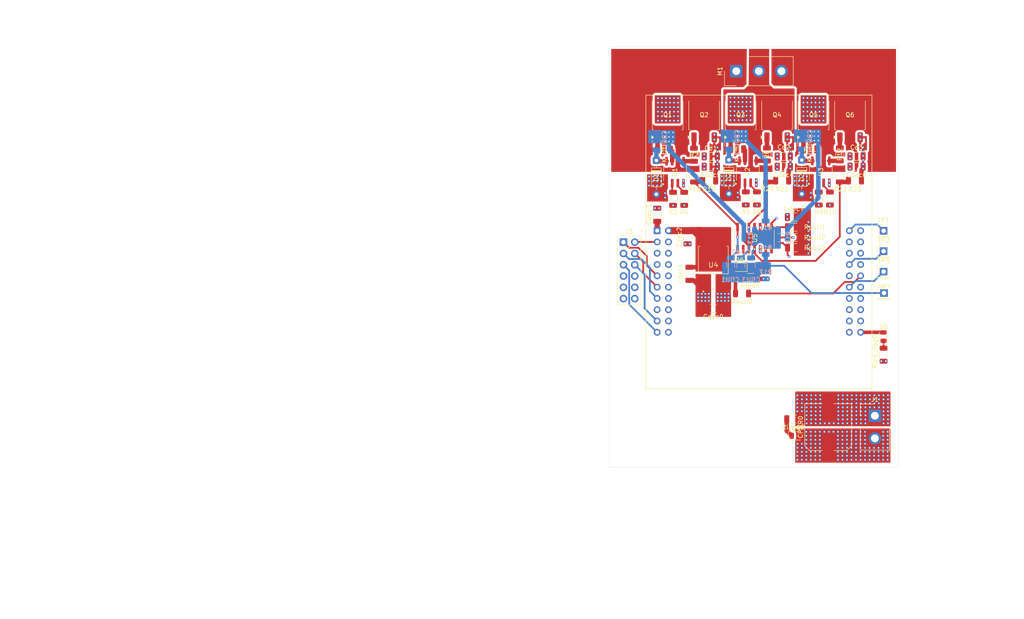
<source format=kicad_pcb>
(kicad_pcb (version 20241229) (generator "pcbnew") (generator_version "9.0")
  (layers (0 "F.Cu" signal) (4 "In1.Cu" signal) (6 "In2.Cu" signal) (2 "B.Cu" signal) (13 "F.Paste" user) (15 "B.Paste" user) (5 "F.SilkS" user "F.Silkscreen") (7 "B.SilkS" user "B.Silkscreen") (1 "F.Mask" user) (3 "B.Mask" user) (25 "Edge.Cuts" user))
  (net 0 "")
  (net 1 "+12V")
  (net 2 "Net-(Q1-G)")
  (net 3 "FASE1")
  (net 4 "GND")
  (net 5 "Net-(Q2-G)")
  (net 6 "FASE2")
  (net 7 "Net-(Q3-G)")
  (net 8 "Net-(Q4-G)")
  (net 9 "FASE3")
  (net 10 "Net-(Q5-G)")
  (net 11 "Net-(Q6-G)")
  (net 12 "+5V")
  (net 13 "+3.3V")
  (net 14 "NEUT")
  (net 15 "Net-(U5A-+)")
  (net 16 "Net-(U5B-+)")
  (net 17 "Net-(U5C-+)")
  (net 18 "Net-(D5-K)")
  (net 19 "Net-(D6-A)")
  (net 20 "Net-(D6-K)")
  (net 21 "SPICS")
  (net 22 "SPICLK")
  (net 23 "PWM2A")
  (net 24 "SPITX")
  (net 25 "PWM1A")
  (net 26 "PWM3A")
  (net 27 "PWM3B")
  (net 28 "PWM1B")
  (net 29 "SPIRX")
  (net 30 "PWM2B")
  (net 31 "Net-(U1-HIN)")
  (net 32 "Net-(U1-LIN)")
  (net 33 "Net-(U2-HIN)")
  (net 34 "Net-(U2-LIN)")
  (net 35 "Net-(U3-HIN)")
  (net 36 "Net-(U3-LIN)")
  (net 37 "/STAR")
  (net 38 "Net-(U6-~{TARGETRST})")
  (net 39 "MEAS1")
  (net 40 "MEAS2")
  (net 41 "MEAS3")
  (net 45 "/BOOT1")
  (net 46 "/BOOT2")
  (net 47 "/BOOT3")
  (net 48 "/PWRLED")
  (net 49 "/HO1")
  (net 50 "/LO1")
  (net 51 "/HO2")
  (net 52 "/LO2")
  (net 53 "/HO3")
  (net 54 "/LO3")
  (footprint "Resistor_SMD:R_1206_3216Metric" (layer "F.Cu") (at 201.4 71.97 -90)
    (property "Reference" "R20")
    (property "Value" "R")
  )
  (footprint "Capacitor_SMD:C_1206_3216Metric" (layer "F.Cu") (at 205.175 69.99 180)
    (property "Reference" "Cdec4")
    (property "Value" "100n")
  )
  (footprint "Resistor_SMD:R_1206_3216Metric" (layer "F.Cu") (at 185 71.97 -90)
    (property "Reference" "R18")
    (property "Value" "R")
  )
  (footprint "Connector_Samtec_HPM_THT:Samtec_HPM-03-01-x-S_Straight_1x03_Pitch5.08mm" (layer "F.Cu") (at 194.5 48.5 90)
    (property "Reference" "M1")
    (property "Value" "Motor_3pin")
  )
  (footprint "Connector_PinHeader_2.54mm:PinHeader_1x01_P2.54mm_Vertical" (layer "F.Cu") (at 227.61 84.4)
    (property "Reference" "TP1")
    (property "Value" "TestPoint")
  )
  (footprint "Resistor_SMD:R_1206_3216Metric" (layer "F.Cu") (at 201.4 67.25 90)
    (property "Reference" "R8")
    (property "Value" "R")
  )
  (footprint "Resistor_SMD:R_1206_3216Metric" (layer "F.Cu") (at 221.17 73.11)
    (property "Reference" "R23")
    (property "Value" "R")
  )
  (footprint "Capacitor_SMD:C_Elec_10x10.2" (layer "F.Cu") (at 215.155 128.545 90)
    (property "Reference" "CPWR0")
    (property "Value" "470u")
  )
  (footprint "Resistor_SMD:R_1206_3216Metric" (layer "F.Cu") (at 199.15 77.125 90)
    (property "Reference" "R6")
    (property "Value" "R")
  )
  (footprint "Capacitor_SMD:C_1206_3216Metric" (layer "F.Cu") (at 221.535 69.97 180)
    (property "Reference" "Cdec6")
    (property "Value" "100n")
  )
  (footprint "Diode_THT:D_DO-35_SOD27_P7.62mm_Horizontal" (layer "F.Cu") (at 192.85 68.45 -90)
    (property "Reference" "D2")
    (property "Value" "1N4148")
  )
  (footprint "Diode_THT:D_DO-35_SOD27_P7.62mm_Horizontal" (layer "F.Cu") (at 209.225 68.49 -90)
    (property "Reference" "D3")
    (property "Value" "1N4148")
  )
  (footprint "Package_TO_SOT_SMD:TO-252-2" (layer "F.Cu") (at 179.09 58.335 90)
    (property "Reference" "Q1")
    (property "Value" "IRFR1205")
  )
  (footprint "Resistor_SMD:R_1206_3216Metric" (layer "F.Cu") (at 217.76 71.96 -90)
    (property "Reference" "R22")
    (property "Value" "R")
  )
  (footprint "Package_TO_SOT_SMD:TO-252-2" (layer "F.Cu") (at 195.48 58.335 90)
    (property "Reference" "Q3")
    (property "Value" "IRFR1205")
  )
  (footprint "models_cachy:DPAK457P1010X238-3N" (layer "F.Cu") (at 189.35 92.07)
    (property "Reference" "U4")
    (property "Value" "AZ1084CD-5.0TRG1")
  )
  (footprint "Resistor_SMD:R_1206_3216Metric" (layer "F.Cu") (at 195.8 98.5 180)
    (property "Reference" "Rpull0")
    (property "Value" "R")
  )
  (footprint "Resistor_SMD:R_1206_3216Metric" (layer "F.Cu") (at 213.05 77.15 90)
    (property "Reference" "R9")
    (property "Value" "R")
  )
  (footprint "Resistor_SMD:R_1206_3216Metric" (layer "F.Cu") (at 207.4875 85.9)
    (property "Reference" "Rpull2")
    (property "Value" "R")
  )
  (footprint "Resistor_SMD:R_1206_3216Metric" (layer "F.Cu") (at 207.305 126.75 180)
    (property "Reference" "Rled12")
    (property "Value" "R")
  )
  (footprint "Resistor_SMD:R_1206_3216Metric" (layer "F.Cu") (at 194.7 66.05 180)
    (property "Reference" "R7")
    (property "Value" "R")
  )
  (footprint "Connector_Samtec_HPM_THT:Samtec_HPM-02-01-x-S_Straight_1x02_Pitch5.08mm" (layer "F.Cu") (at 225.655 126)
    (property "Reference" "J1")
    (property "Value" "PWR_IN")
  )
  (footprint "models:MODULE_EK-TM4C123GXL" (layer "F.Cu") (at 199.59 86.91)
    (property "Reference" "U6" (hide yes))
    (property "Value" "EK-TM4C123GXL")
  )
  (footprint "Resistor_SMD:R_1206_3216Metric" (layer "F.Cu") (at 178.25 66.15 180)
    (property "Reference" "R1")
    (property "Value" "R")
  )
  (footprint "Package_SO:SOIC-8_3.9x4.9mm_P1.27mm" (layer "F.Cu") (at 180.745 71.225 90)
    (property "Reference" "U1")
    (property "Value" "IR2301")
  )
  (footprint "LED_SMD:LED_0805_2012Metric" (layer "F.Cu") (at 207.905 130.5)
    (property "Reference" "D4")
    (property "Value" "LED")
  )
  (footprint "Resistor_SMD:R_1206_3216Metric" (layer "F.Cu") (at 197.6825 94.9 180)
    (property "Reference" "Rled5")
    (property "Value" "R")
  )
  (footprint "Capacitor_SMD:C_1206_3216Metric" (layer "F.Cu") (at 205.175 67.69 180)
    (property "Reference" "Cd2")
    (property "Value" "47u")
  )
  (footprint "Connector_PinHeader_2.54mm:PinHeader_1x01_P2.54mm_Vertical" (layer "F.Cu") (at 227.61 93.58)
    (property "Reference" "TP3")
    (property "Value" "TestPoint")
  )
  (footprint "Resistor_SMD:R_1206_3216Metric" (layer "F.Cu") (at 185 67.3 90)
    (property "Reference" "R2")
    (property "Value" "R")
  )
  (footprint "Connector_PinHeader_2.54mm:PinHeader_1x01_P2.54mm_Vertical" (layer "F.Cu") (at 227.61 88.99)
    (property "Reference" "TP2")
    (property "Value" "TestPoint")
  )
  (footprint "Resistor_SMD:R_1206_3216Metric" (layer "F.Cu") (at 180.3 77.2125 90)
    (property "Reference" "R3")
    (property "Value" "R")
  )
  (footprint "Resistor_SMD:R_1206_3216Metric" (layer "F.Cu") (at 204.8125 73.12)
    (property "Reference" "R21")
    (property "Value" "R")
  )
  (footprint "Capacitor_SMD:C_1206_3216Metric" (layer "F.Cu") (at 221.53 67.665 180)
    (property "Reference" "Cd3")
    (property "Value" "47u")
  )
  (footprint "Capacitor_SMD:C_1206_3216Metric" (layer "F.Cu") (at 183.97 94.07 -90)
    (property "Reference" "Cdec1")
    (property "Value" "22u")
  )
  (footprint "Connector_PinHeader_2.54mm:PinHeader_2x06_P2.54mm_Vertical" (layer "F.Cu") (at 169.16 86.96)
    (property "Reference" "J3")
    (property "Value" "DataOut")
  )
  (footprint "Resistor_SMD:R_1206_3216Metric" (layer "F.Cu") (at 211.05 66.1 180)
    (property "Reference" "R11")
    (property "Value" "R")
  )
  (footprint "LED_SMD:LED_0805_2012Metric" (layer "F.Cu") (at 227.6 108.2 90)
    (property "Reference" "D6")
    (property "Value" "LED")
  )
  (footprint "LED_SMD:LED_0805_2012Metric" (layer "F.Cu") (at 195.2625 92.6 180)
    (property "Reference" "D5")
    (property "Value" "LED")
  )
  (footprint "Capacitor_SMD:C_1206_3216Metric" (layer "F.Cu") (at 188.775 67.675 180)
    (property "Reference" "Cd1")
    (property "Value" "47u")
  )
  (footprint "Resistor_SMD:R_1206_3216Metric" (layer "F.Cu") (at 217.775 67.225 90)
    (property "Reference" "R12")
    (property "Value" "R")
  )
  (footprint "Package_SO:SOIC-8_3.9x4.9mm_P1.27mm" (layer "F.Cu") (at 213.5 71.15 90)
    (property "Reference" "U3")
    (property "Value" "IR2301")
  )
  (footprint "Package_TO_SOT_SMD:TO-252-2" (layer "F.Cu") (at 203.675 58.335 90)
    (property "Reference" "Q4")
    (property "Value" "IRFR1205")
  )
  (footprint "Capacitor_SMD:C_1206_3216Metric" (layer "F.Cu") (at 207.47 81.31)
    (property "Reference" "Cdec7")
    (property "Value" "100n")
  )
  (footprint "Resistor_SMD:R_1206_3216Metric" (layer "F.Cu") (at 227.6 112.2625 90)
    (property "Reference" "Rled_dbg0")
    (property "Value" "R")
  )
  (footprint "Resistor_SMD:R_1206_3216Metric" (layer "F.Cu") (at 182.8 77.2125 90)
    (property "Reference" "R4")
    (property "Value" "R")
  )
  (footprint "Package_SO:SOIC-8_3.9x4.9mm_P1.27mm" (layer "F.Cu") (at 197.1 71.125 90)
    (property "Reference" "U2")
    (property "Value" "IR2301")
  )
  (footprint "Package_TO_SOT_SMD:TO-252-2" (layer "F.Cu") (at 211.87 58.335 90)
    (property "Reference" "Q5")
    (property "Value" "IRFR1205")
  )
  (footprint "Package_TO_SOT_SMD:TO-252-2" (layer "F.Cu") (at 187.285 58.335 90)
    (property "Reference" "Q2")
    (property "Value" "IRFR1205")
  )
  (footprint "Capacitor_SMD:C_1206_3216Metric" (layer "F.Cu") (at 183.55 85.85 90)
    (property "Reference" "Cdec2")
    (property "Value" "100n")
  )
  (footprint "Package_SO:SOIC-14_3.9x8.7mm_P1.27mm" (layer "F.Cu") (at 198.6075 86.06 -90)
    (property "Reference" "U5")
    (property "Value" "LM339")
  )
  (footprint "Connector_PinHeader_2.54mm:PinHeader_1x01_P2.54mm_Vertical" (layer "F.Cu") (at 227.7 98.4)
    (property "Reference" "TP7")
    (property "Value" "TestPoint")
  )
  (footprint "Resistor_SMD:R_1206_3216Metric" (layer "F.Cu") (at 188.41 73.13)
    (property "Reference" "R19")
    (property "Value" "R")
  )
  (footprint "Package_TO_SOT_SMD:TO-252-2" (layer "F.Cu") (at 220.065 58.335 90)
    (property "Reference" "Q6")
    (property "Value" "IRFR1205")
  )
  (footprint "Diode_THT:D_DO-35_SOD27_P7.62mm_Horizontal" (layer "F.Cu") (at 176.55 68.575 -90)
    (property "Reference" "D1")
    (property "Value" "1N4148")
  )
  (footprint "Capacitor_SMD:C_1206_3216Metric" (layer "F.Cu") (at 188.775 69.975 180)
    (property "Reference" "Cdec5")
    (property "Value" "100n")
  )
  (footprint "Capacitor_SMD:C_1206_3216Metric" (layer "F.Cu") (at 176.74 80.8 90)
    (property "Reference" "Cdec3")
    (property "Value" "100n")
  )
  (footprint "Capacitor_SMD:C_1206_3216Metric" (layer "F.Cu") (at 189.35 101.88 180)
    (property "Reference" "Cdec0")
    (property "Value" "10u")
  )
  (footprint "Resistor_SMD:R_1206_3216Metric" (layer "F.Cu") (at 215.55 77.15 90)
    (property "Reference" "R10")
    (property "Value" "R")
  )
  (footprint "Resistor_SMD:R_1206_3216Metric" (layer "F.Cu") (at 207.49 88.21)
    (property "Reference" "Rpull3")
    (property "Value" "R")
  )
  (footprint "Resistor_SMD:R_1206_3216Metric" (layer "F.Cu") (at 207.4825 83.59)
    (property "Reference" "Rpull1")
    (property "Value" "R")
  )
  (footprint "Resistor_SMD:R_1206_3216Metric" (layer "F.Cu") (at 196.65 77.125 90)
    (property "Reference" "R5")
    (property "Value" "R")
  )
  (footprint "Resistor_SMD:R_1206_3216Metric" (layer "B.Cu") (at 197.6975 85.965 180)
    (property "Reference" "R13")
    (property "Value" "R")
  )
  (footprint "Capacitor_SMD:C_1206_3216Metric" (layer "B.Cu") (at 197.84 91.985 -90)
    (property "Reference" "Cfilt3")
    (property "Value" "C")
  )
  (footprint "Resistor_SMD:R_1206_3216Metric" (layer "B.Cu") (at 201.11 88.2425 -90)
    (property "Reference" "R16")
    (property "Value" "R")
  )
  (footprint "Capacitor_SMD:C_1206_3216Metric" (layer "B.Cu") (at 209.225 64.55 90)
    (property "Reference" "CBOOT3")
    (property "Value" "C")
  )
  (footprint "Resistor_SMD:R_1206_3216Metric" (layer "B.Cu") (at 204.5225 85.965 180)
    (property "Reference" "R15")
    (property "Value" "R")
  )
  (footprint "Capacitor_SMD:C_1206_3216Metric" (layer "B.Cu") (at 176.55 64.725 90)
    (property "Reference" "CBOOT1")
    (property "Value" "C")
  )
  (footprint "Capacitor_SMD:C_1206_3216Metric" (layer "B.Cu") (at 192.85 64.575 90)
    (property "Reference" "CBOOT2")
    (property "Value" "C")
  )
  (footprint "Capacitor_SMD:C_1206_3216Metric" (layer "B.Cu") (at 195.54 91.99 -90)
    (property "Reference" "Cfilt2")
    (property "Value" "C")
  )
  (footprint "Resistor_SMD:R_1206_3216Metric" (layer "B.Cu") (at 201.11 83.6775 -90)
    (property "Reference" "R14")
    (property "Value" "R")
  )
  (footprint "Capacitor_SMD:C_1206_3216Metric" (layer "B.Cu") (at 193.24 91.985 -90)
    (property "Reference" "Cfilt1")
    (property "Value" "C")
  )
  (footprint "Resistor_SMD:R_1206_3216Metric" (layer "B.Cu") (at 201.11 93.7375 -90)
    (property "Reference" "R17")
    (property "Value" "R")
  )
  (gr_rect (start 165.9 43) (end 230.9 137.6) (stroke (width 0.05)) (fill no) (layer "Edge.Cuts"))
  (via (at 223.44 133.21) (size 0.6) (drill 0.3) (layers "F.Cu" "B.Cu") (net 1))
  (via (at 208.24 134.1) (size 0.6) (drill 0.3) (layers "F.Cu" "B.Cu") (net 1))
  (via (at 227.5 130.52) (size 0.6) (drill 0.3) (layers "F.Cu" "B.Cu") (net 1))
  (via (at 211.4 59.615) (size 0.6) (drill 0.3) (layers "F.Cu" "B.Cu") (net 1))
  (via (at 180.5 56.6) (size 0.6) (drill 0.3) (layers "F.Cu" "B.Cu") (net 1))
  (via (at 193.2 55.455) (size 0.6) (drill 0.3) (layers "F.Cu" "B.Cu") (net 1))
  (via (at 181.4 57.615) (size 0.6) (drill 0.3) (layers "F.Cu" "B.Cu") (net 1))
  (via (at 176.9 55.585) (size 0.6) (drill 0.3) (layers "F.Cu" "B.Cu") (net 1))
  (via (at 212.275 130.5) (size 0.6) (drill 0.3) (layers "F.Cu" "B.Cu") (net 1))
  (via (at 208.24 135.9) (size 0.6) (drill 0.3) (layers "F.Cu" "B.Cu") (net 1))
  (via (at 181.4 55.585) (size 0.6) (drill 0.3) (layers "F.Cu" "B.Cu") (net 1))
  (via (at 220.395 135) (size 0.6) (drill 0.3) (layers "F.Cu" "B.Cu") (net 1))
  (via (at 194.85 75.835) (size 0.6) (drill 0.3) (layers "F.Cu" "B.Cu") (net 1))
  (via (at 222.425 130.5) (size 0.6) (drill 0.3) (layers "F.Cu" "B.Cu") (net 1))
  (via (at 213.29 135.9) (size 0.6) (drill 0.3) (layers "F.Cu" "B.Cu") (net 1))
  (via (at 223.44 135) (size 0.6) (drill 0.3) (layers "F.Cu" "B.Cu") (net 1))
  (via (at 213.2 59.615) (size 0.6) (drill 0.3) (layers "F.Cu" "B.Cu") (net 1))
  (via (at 212.275 129.6) (size 0.6) (drill 0.3) (layers "F.Cu" "B.Cu") (net 1))
  (via (at 223.44 131.41) (size 0.6) (drill 0.3) (layers "F.Cu" "B.Cu") (net 1))
  (via (at 210.245 135) (size 0.6) (drill 0.3) (layers "F.Cu" "B.Cu") (net 1))
  (via (at 222.425 133.2) (size 0.6) (drill 0.3) (layers "F.Cu" "B.Cu") (net 1))
  (via (at 227.5 132.32) (size 0.6) (drill 0.3) (layers "F.Cu" "B.Cu") (net 1))
  (via (at 212.3 57.585) (size 0.6) (drill 0.3) (layers "F.Cu" "B.Cu") (net 1))
  (via (at 179.6 59.645) (size 0.6) (drill 0.3) (layers "F.Cu" "B.Cu") (net 1))
  (via (at 221.41 129.6) (size 0.6) (drill 0.3) (layers "F.Cu" "B.Cu") (net 1))
  (via (at 208.24 132.3) (size 0.6) (drill 0.3) (layers "F.Cu" "B.Cu") (net 1))
  (via (at 219.38 129.6) (size 0.6) (drill 0.3) (layers "F.Cu" "B.Cu") (net 1))
  (via (at 215.32 129.6) (size 0.6) (drill 0.3) (layers "F.Cu" "B.Cu") (net 1))
  (via (at 194.1 58.5) (size 0.6) (drill 0.3) (layers "F.Cu" "B.Cu") (net 1))
  (via (at 223.44 130.51) (size 0.6) (drill 0.3) (layers "F.Cu" "B.Cu") (net 1))
  (via (at 227.5 134.1) (size 0.6) (drill 0.3) (layers "F.Cu" "B.Cu") (net 1))
  (via (at 194.1 59.515) (size 0.6) (drill 0.3) (layers "F.Cu" "B.Cu") (net 1))
  (via (at 209.6 59.615) (size 0.6) (drill 0.3) (layers "F.Cu" "B.Cu") (net 1))
  (via (at 196.8 55.455) (size 0.6) (drill 0.3) (layers "F.Cu" "B.Cu") (net 1))
  (via (at 203.71 68.13) (size 0.6) (drill 0.3) (layers "F.Cu" "B.Cu") (net 1))
  (via (at 178.7 57.615) (size 0.6) (drill 0.3) (layers "F.Cu" "B.Cu") (net 1))
  (via (at 210.5 54.54) (size 0.6) (drill 0.3) (layers "F.Cu" "B.Cu") (net 1))
  (via (at 192.75 99.37) (size 0.6) (drill 0.3) (layers "F.Cu" "B.Cu") (net 1))
  (via (at 227.5 133.22) (size 0.6) (drill 0.3) (layers "F.Cu" "B.Cu") (net 1))
  (via (at 213.2 56.57) (size 0.6) (drill 0.3) (layers "F.Cu" "B.Cu") (net 1))
  (via (at 213.29 131.4) (size 0.6) (drill 0.3) (layers "F.Cu" "B.Cu") (net 1))
  (via (at 212.3 59.615) (size 0.6) (drill 0.3) (layers "F.Cu" "B.Cu") (net 1))
  (via (at 214.1 59.615) (size 0.6) (drill 0.3) (layers "F.Cu" "B.Cu") (net 1))
  (via (at 210.5 55.555) (size 0.6) (drill 0.3) (layers "F.Cu" "B.Cu") (net 1))
  (via (at 217.35 134.1) (size 0.6) (drill 0.3) (layers "F.Cu" "B.Cu") (net 1))
  (via (at 220.395 132.3) (size 0.6) (drill 0.3) (layers "F.Cu" "B.Cu") (net 1))
  (via (at 221.41 133.2) (size 0.6) (drill 0.3) (layers "F.Cu" "B.Cu") (net 1))
  (via (at 220.395 134.1) (size 0.6) (drill 0.3) (layers "F.Cu" "B.Cu") (net 1))
  (via (at 210.245 130.5) (size 0.6) (drill 0.3) (layers "F.Cu" "B.Cu") (net 1))
  (via (at 218.365 134.1) (size 0.6) (drill 0.3) (layers "F.Cu" "B.Cu") (net 1))
  (via (at 211.26 130.5) (size 0.6) (drill 0.3) (layers "F.Cu" "B.Cu") (net 1))
  (via (at 191.275 73.125) (size 0.6) (drill 0.3) (layers "F.Cu" "B.Cu") (net 1))
  (via (at 228.515 134.1) (size 0.6) (drill 0.3) (layers "F.Cu" "B.Cu") (net 1))
  (via (at 220.395 135.9) (size 0.6) (drill 0.3) (layers "F.Cu" "B.Cu") (net 1))
  (via (at 178.5 76.95) (size 0.6) (drill 0.3) (layers "F.Cu" "B.Cu") (net 1))
  (via (at 213.29 129.6) (size 0.6) (drill 0.3) (layers "F.Cu" "B.Cu") (net 1))
  (via (at 195 57.485) (size 0.6) (drill 0.3) (layers "F.Cu" "B.Cu") (net 1))
  (via (at 213.2 55.555) (size 0.6) (drill 0.3) (layers "F.Cu" "B.Cu") (net 1))
  (via (at 193.2 56.47) (size 0.6) (drill 0.3) (layers "F.Cu" "B.Cu") (net 1))
  (via (at 176.725 74.24) (size 0.6) (drill 0.3) (layers "F.Cu" "B.Cu") (net 1))
  (via (at 224.44 133.22) (size 0.6) (drill 0.3) (layers "F.Cu" "B.Cu") (net 1))
  (via (at 210.375 73.175) (size 0.6) (drill 0.3) (layers "F.Cu" "B.Cu") (net 1))
  (via (at 210.245 134.1) (size 0.6) (drill 0.3) (layers "F.Cu" "B.Cu") (net 1))
  (via (at 209.255 135) (size 0.6) (drill 0.3) (layers "F.Cu" "B.Cu") (net 1))
  (via (at 178.7 58.63) (size 0.6) (drill 0.3) (layers "F.Cu" "B.Cu") (net 1))
  (via (at 217.35 131.4) (size 0.6) (drill 0.3) (layers "F.Cu" "B.Cu") (net 1))
  (via (at 217.35 132.3) (size 0.6) (drill 0.3) (layers "F.Cu" "B.Cu") (net 1))
  (via (at 225.47 135) (size 0.6) (drill 0.3) (layers "F.Cu" "B.Cu") (net 1))
  (via (at 192.75 98.57) (size 0.6) (drill 0.3) (layers "F.Cu" "B.Cu") (net 1))
  (via (at 210.5 58.6) (size 0.6) (drill 0.3) (layers "F.Cu" "B.Cu") (net 1))
  (via (at 226.47 133.22) (size 0.6) (drill 0.3) (layers "F.Cu" "B.Cu") (net 1))
  (via (at 228.515 129.6) (size 0.6) (drill 0.3) (layers "F.Cu" "B.Cu") (net 1))
  (via (at 210.5 57.585) (size 0.6) (drill 0.3) (layers "F.Cu" "B.Cu") (net 1))
  (via (at 222.425 135) (size 0.6) (drill 0.3) (layers "F.Cu" "B.Cu") (net 1))
  (via (at 176.9 54.57) (size 0.6) (drill 0.3) (layers "F.Cu" "B.Cu") (net 1))
  (via (at 209.255 132.3) (size 0.6) (drill 0.3) (layers "F.Cu" "B.Cu") (net 1))
  (via (at 213.29 133.2) (size 0.6) (drill 0.3) (layers "F.Cu" "B.Cu") (net 1))
  (via (at 210.5 56.57) (size 0.6) (drill 0.3) (layers "F.Cu" "B.Cu") (net 1))
  (via (at 178.5 75.935) (size 0.6) (drill 0.3) (layers "F.Cu" "B.Cu") (net 1))
  (via (at 221.41 132.3) (size 0.6) (drill 0.3) (layers "F.Cu" "B.Cu") (net 1))
  (via (at 175.825 74.24) (size 0.6) (drill 0.3) (layers "F.Cu" "B.Cu") (net 1))
  (via (at 187.3 68.08) (size 0.6) (drill 0.3) (layers "F.Cu" "B.Cu") (net 1))
  (via (at 194.1 57.485) (size 0.6) (drill 0.3) (layers "F.Cu" "B.Cu") (net 1))
  (via (at 192.175 72.11) (size 0.6) (drill 0.3) (layers "F.Cu" "B.Cu") (net 1))
  (via (at 212.275 131.4) (size 0.6) (drill 0.3) (layers "F.Cu" "B.Cu") (net 1))
  (via (at 209.6 56.57) (size 0.6) (drill 0.3) (layers "F.Cu" "B.Cu") (net 1))
  (via (at 220.06 70.41) (size 0.6) (drill 0.3) (layers "F.Cu" "B.Cu") (net 1))
  (via (at 210.245 129.6) (size 0.6) (drill 0.3) (layers "F.Cu" "B.Cu") (net 1))
  (via (at 210.375 72.16) (size 0.6) (drill 0.3) (layers "F.Cu" "B.Cu") (net 1))
  (via (at 191.95 99.37) (size 0.6) (drill 0.3) (layers "F.Cu" "B.Cu") (net 1))
  (via (at 218.365 130.5) (size 0.6) (drill 0.3) (layers "F.Cu" "B.Cu") (net 1))
  (via (at 210.375 74.19) (size 0.6) (drill 0.3) (layers "F.Cu" "B.Cu") (net 1))
  (via (at 177.625 73.225) (size 0.6) (drill 0.3) (layers "F.Cu" "B.Cu") (net 1))
  (via (at 209.475 74.19) (size 0.6) (drill 0.3) (layers "F.Cu" "B.Cu") (net 1))
  (via (at 175.825 72.21) (size 0.6) (drill 0.3) (layers "F.Cu" "B.Cu") (net 1))
  (via (at 212.275 134.1) (size 0.6) (drill 0.3) (layers "F.Cu" "B.Cu") (net 1))
  (via (at 211.26 135.9) (size 0.6) (drill 0.3) (layers "F.Cu" "B.Cu") (net 1))
  (via (at 208.575 74.19) (size 0.6) (drill 0.3) (layers "F.Cu" "B.Cu") (net 1))
  (via (at 197.7 55.455) (size 0.6) (drill 0.3) (layers "F.Cu" "B.Cu") (net 1))
  (via (at 220.395 130.5) (size 0.6) (drill 0.3) (layers "F.Cu" "B.Cu") (net 1))
  (via (at 211.26 132.3) (size 0.6) (drill 0.3) (layers "F.Cu" "B.Cu") (net 1))
  (via (at 195 56.47) (size 0.6) (drill 0.3) (layers "F.Cu" "B.Cu") (net 1))
  (via (at 195 54.44) (size 0.6) (drill 0.3) (layers "F.Cu" "B.Cu") (net 1))
  (via (at 223.44 132.31) (size 0.6) (drill 0.3) (layers "F.Cu" "B.Cu") (net 1))
  (via (at 218.365 131.4) (size 0.6) (drill 0.3) (layers "F.Cu" "B.Cu") (net 1))
  (via (at 228.515 131.4) (size 0.6) (drill 0.3) (layers "F.Cu" "B.Cu") (net 1))
  (via (at 210.245 133.2) (size 0.6) (drill 0.3) (layers "F.Cu" "B.Cu") (net 1))
  (via (at 194.85 76.85) (size 0.6) (drill 0.3) (layers "F.Cu" "B.Cu") (net 1))
  (via (at 213.2 57.585) (size 0.6) (drill 0.3) (layers "F.Cu" "B.Cu") (net 1))
  (via (at 225.455 133.22) (size 0.6) (drill 0.3) (layers "F.Cu" "B.Cu") (net 1))
  (via (at 176.9 56.6) (size 0.6) (drill 0.3) (layers "F.Cu" "B.Cu") (net 1))
  (via (at 196.8 57.485) (size 0.6) (drill 0.3) (layers "F.Cu" "B.Cu") (net 1))
  (via (at 214.1 54.54) (size 0.6) (drill 0.3) (layers "F.Cu" "B.Cu") (net 1))
  (via (at 221.41 134.1) (size 0.6) (drill 0.3) (layers "F.Cu" "B.Cu") (net 1))
  (via (at 222.425 135.9) (size 0.6) (drill 0.3) (layers "F.Cu" "B.Cu") (net 1))
  (via (at 181.4 58.63) (size 0.6) (drill 0.3) (layers "F.Cu" "B.Cu") (net 1))
  (via (at 212.3 56.57) (size 0.6) (drill 0.3) (layers "F.Cu" "B.Cu") (net 1))
  (via (at 195 55.455) (size 0.6) (drill 0.3) (layers "F.Cu" "B.Cu") (net 1))
  (via (at 220.06 67.22) (size 0.6) (drill 0.3) (layers "F.Cu" "B.Cu") (net 1))
  (via (at 218.365 129.6) (size 0.6) (drill 0.3) (layers "F.Cu" "B.Cu") (net 1))
  (via (at 195.9 57.485) (size 0.6) (drill 0.3) (layers "F.Cu" "B.Cu") (net 1))
  (via (at 196.8 54.44) (size 0.6) (drill 0.3) (layers "F.Cu" "B.Cu") (net 1))
  (via (at 219.38 131.4) (size 0.6) (drill 0.3) (layers "F.Cu" "B.Cu") (net 1))
  (via (at 176.9 59.645) (size 0.6) (drill 0.3) (layers "F.Cu" "B.Cu") (net 1))
  (via (at 210.245 135.9) (size 0.6) (drill 0.3) (layers "F.Cu" "B.Cu") (net 1))
  (via (at 218.365 135) (size 0.6) (drill 0.3) (layers "F.Cu" "B.Cu") (net 1))
  (via (at 213.29 132.3) (size 0.6) (drill 0.3) (layers "F.Cu" "B.Cu") (net 1))
  (via (at 214.1 57.585) (size 0.6) (drill 0.3) (layers "F.Cu" "B.Cu") (net 1))
  (via (at 190.35 98.57) (size 0.6) (drill 0.3) (layers "F.Cu" "B.Cu") (net 1))
  (via (at 211.4 54.54) (size 0.6) (drill 0.3) (layers "F.Cu" "B.Cu") (net 1))
  (via (at 178.7 55.585) (size 0.6) (drill 0.3) (layers "F.Cu" "B.Cu") (net 1))
  (via (at 179.6 54.57) (size 0.6) (drill 0.3) (layers "F.Cu" "B.Cu") (net 1))
  (via (at 221.41 131.4) (size 0.6) (drill 0.3) (layers "F.Cu" "B.Cu") (net 1))
  (via (at 211.26 134.1) (size 0.6) (drill 0.3) (layers "F.Cu" "B.Cu") (net 1))
  (via (at 194.1 54.44) (size 0.6) (drill 0.3) (layers "F.Cu" "B.Cu") (net 1))
  (via (at 197.7 58.5) (size 0.6) (drill 0.3) (layers "F.Cu" "B.Cu") (net 1))
  (via (at 213.2 54.54) (size 0.6) (drill 0.3) (layers "F.Cu" "B.Cu") (net 1))
  (via (at 227.5 135) (size 0.6) (drill 0.3) (layers "F.Cu" "B.Cu") (net 1))
  (via (at 211.25 76.9) (size 0.6) (drill 0.3) (layers "F.Cu" "B.Cu") (net 1))
  (via (at 180.5 55.585) (size 0.6) (drill 0.3) (layers "F.Cu" "B.Cu") (net 1))
  (via (at 176.725 73.225) (size 0.6) (drill 0.3) (layers "F.Cu" "B.Cu") (net 1))
  (via (at 179.6 58.63) (size 0.6) (drill 0.3) (layers "F.Cu" "B.Cu") (net 1))
  (via (at 217.35 135) (size 0.6) (drill 0.3) (layers "F.Cu" "B.Cu") (net 1))
  (via (at 222.425 131.4) (size 0.6) (drill 0.3) (layers "F.Cu" "B.Cu") (net 1))
  (via (at 209.255 135.9) (size 0.6) (drill 0.3) (layers "F.Cu" "B.Cu") (net 1))
  (via (at 193.2 59.515) (size 0.6) (drill 0.3) (layers "F.Cu" "B.Cu") (net 1))
  (via (at 213.29 135) (size 0.6) (drill 0.3) (layers "F.Cu" "B.Cu") (net 1))
  (via (at 228.515 135) (size 0.6) (drill 0.3) (layers "F.Cu" "B.Cu") (net 1))
  (via (at 212.3 55.555) (size 0.6) (drill 0.3) (layers "F.Cu" "B.Cu") (net 1))
  (via (at 213.29 130.5) (size 0.6) (drill 0.3) (layers "F.Cu" "B.Cu") (net 1))
  (via (at 209.475 72.16) (size 0.6) (drill 0.3) (layers "F.Cu" "B.Cu") (net 1))
  (via (at 191.15 98.57) (size 0.6) (drill 0.3) (layers "F.Cu" "B.Cu") (net 1))
  (via (at 226.485 135) (size 0.6) (drill 0.3) (layers "F.Cu" "B.Cu") (net 1))
  (via (at 217.35 135.9) (size 0.6) (drill 0.3) (layers "F.Cu" "B.Cu") (net 1))
  (via (at 219.38 135.9) (size 0.6) (drill 0.3) (layers "F.Cu" "B.Cu") (net 1))
  (via (at 209.6 55.555) (size 0.6) (drill 0.3) (layers "F.Cu" "B.Cu") (net 1))
  (via (at 195.9 59.515) (size 0.6) (drill 0.3) (layers "F.Cu" "B.Cu") (net 1))
  (via (at 213.29 134.1) (size 0.6) (drill 0.3) (layers "F.Cu" "B.Cu") (net 1))
  (via (at 191.275 72.11) (size 0.6) (drill 0.3) (layers "F.Cu" "B.Cu") (net 1))
  (via (at 228.515 133.2) (size 0.6) (drill 0.3) (layers "F.Cu" "B.Cu") (net 1))
  (via (at 225.47 134.1) (size 0.6) (drill 0.3) (layers "F.Cu" "B.Cu") (net 1))
  (via (at 218.365 135.9) (size 0.6) (drill 0.3) (layers "F.Cu" "B.Cu") (net 1))
  (via (at 180.5 58.63) (size 0.6) (drill 0.3) (layers "F.Cu" "B.Cu") (net 1))
  (via (at 212.3 54.54) (size 0.6) (drill 0.3) (layers "F.Cu" "B.Cu") (net 1))
  (via (at 219.38 133.2) (size 0.6) (drill 0.3) (layers "F.Cu" "B.Cu") (net 1))
  (via (at 217.35 129.6) (size 0.6) (drill 0.3) (layers "F.Cu" "B.Cu") (net 1))
  (via (at 180.5 59.645) (size 0.6) (drill 0.3) (layers "F.Cu" "B.Cu") (net 1))
  (via (at 179.6 55.585) (size 0.6) (drill 0.3) (layers "F.Cu" "B.Cu") (net 1))
  (via (at 226.485 135.9) (size 0.6) (drill 0.3) (layers "F.Cu" "B.Cu") (net 1))
  (via (at 192.175 74.14) (size 0.6) (drill 0.3) (layers "F.Cu" "B.Cu") (net 1))
  (via (at 211.25 75.885) (size 0.6) (drill 0.3) (layers "F.Cu" "B.Cu") (net 1))
  (via (at 195.9 55.455) (size 0.6) (drill 0.3) (layers "F.Cu" "B.Cu") (net 1))
  (via (at 197.7 54.44) (size 0.6) (drill 0.3) (layers "F.Cu" "B.Cu") (net 1))
  (via (at 203.71 67.25) (size 0.6) (drill 0.3) (layers "F.Cu" "B.Cu") (net 1))
  (via (at 207.675 74.19) (size 0.6) (drill 0.3) (layers "F.Cu" "B.Cu") (net 1))
  (via (at 210.245 131.4) (size 0.6) (drill 0.3) (layers "F.Cu" "B.Cu") (net 1))
  (via (at 211.4 58.6) (size 0.6) (drill 0.3) (layers "F.Cu" "B.Cu") (net 1))
  (via (at 193.975 73.125) (size 0.6) (drill 0.3) (layers "F.Cu" "B.Cu") (net 1))
  (via (at 213.2 58.6) (size 0.6) (drill 0.3) (layers "F.Cu" "B.Cu") (net 1))
  (via (at 207.675 73.175) (size 0.6) (drill 0.3) (layers "F.Cu" "B.Cu") (net 1))
  (via (at 180.5 57.615) (size 0.6) (drill 0.3) (layers "F.Cu" "B.Cu") (net 1))
  (via (at 228.515 130.5) (size 0.6) (drill 0.3) (layers "F.Cu" "B.Cu") (net 1))
  (via (at 193.075 74.14) (size 0.6) (drill 0.3) (layers "F.Cu" "B.Cu") (net 1))
  (via (at 177.8 56.6) (size 0.6) (drill 0.3) (layers "F.Cu" "B.Cu") (net 1))
  (via (at 214.305 129.6) (size 0.6) (drill 0.3) (layers "F.Cu" "B.Cu") (net 1))
  (via (at 193.2 54.44) (size 0.6) (drill 0.3) (layers "F.Cu" "B.Cu") (net 1))
  (via (at 208.24 133.2) (size 0.6) (drill 0.3) (layers "F.Cu" "B.Cu") (net 1))
  (via (at 209.255 133.2) (size 0.6) (drill 0.3) (layers "F.Cu" "B.Cu") (net 1))
  (via (at 177.8 59.645) (size 0.6) (drill 0.3) (layers "F.Cu" "B.Cu") (net 1))
  (via (at 187.3 69.52) (size 0.6) (drill 0.3) (layers "F.Cu" "B.Cu") (net 1))
  (via (at 224.455 134.1) (size 0.6) (drill 0.3) (layers "F.Cu" "B.Cu") (net 1))
  (via (at 209.6 57.585) (size 0.6) (drill 0.3) (layers "F.Cu" "B.Cu") (net 1))
  (via (at 190.35 100.17) (size 0.6) (drill 0.3) (layers "F.Cu" "B.Cu") (net 1))
  (via (at 207.675 72.16) (size 0.6) (drill 0.3) (layers "F.Cu" "B.Cu") (net 1))
  (via (at 193.975 74.14) (size 0.6) (drill 0.3) (layers "F.Cu" "B.Cu") (net 1))
  (via (at 211.26 133.2) (size 0.6) (drill 0.3) (layers "F.Cu" "B.Cu") (net 1))
  (via (at 193.2 57.485) (size 0.6) (drill 0.3) (layers "F.Cu" "B.Cu") (net 1))
  (via (at 195 58.5) (size 0.6) (drill 0.3) (layers "F.Cu" "B.Cu") (net 1))
  (via (at 224.455 135) (size 0.6) (drill 0.3) (layers "F.Cu" "B.Cu") (net 1))
  (via (at 177.8 54.57) (size 0.6) (drill 0.3) (layers "F.Cu" "B.Cu") (net 1))
  (via (at 211.4 55.555) (size 0.6) (drill 0.3) (layers "F.Cu" "B.Cu") (net 1))
  (via (at 197.7 56.47) (size 0.6) (drill 0.3) (layers "F.Cu" "B.Cu") (net 1))
  (via (at 222.425 134.1) (size 0.6) (drill 0.3) (layers "F.Cu" "B.Cu") (net 1))
  (via (at 225.47 135.9) (size 0.6) (drill 0.3) (layers "F.Cu" "B.Cu") (net 1))
  (via (at 203.71 70.44) (size 0.6) (drill 0.3) (layers "F.Cu" "B.Cu") (net 1))
  (via (at 191.275 74.14) (size 0.6) (drill 0.3) (layers "F.Cu" "B.Cu") (net 1))
  (via (at 211.4 57.585) (size 0.6) (drill 0.3) (layers "F.Cu" "B.Cu") (net 1))
  (via (at 177.8 57.615) (size 0.6) (drill 0.3) (layers "F.Cu" "B.Cu") (net 1))
  (via (at 228.515 135.9) (size 0.6) (drill 0.3) (layers "F.Cu" "B.Cu") (net 1))
  (via (at 177.8 58.63) (size 0.6) (drill 0.3) (layers "F.Cu" "B.Cu") (net 1))
  (via (at 178.7 56.6) (size 0.6) (drill 0.3) (layers "F.Cu" "B.Cu") (net 1))
  (via (at 197.7 57.485) (size 0.6) (drill 0.3) (layers "F.Cu" "B.Cu") (net 1))
  (via (at 179.6 56.6) (size 0.6) (drill 0.3) (layers "F.Cu" "B.Cu") (net 1))
  (via (at 195.9 54.44) (size 0.6) (drill 0.3) (layers "F.Cu" "B.Cu") (net 1))
  (via (at 195.9 56.47) (size 0.6) (drill 0.3) (layers "F.Cu" "B.Cu") (net 1))
  (via (at 209.6 54.54) (size 0.6) (drill 0.3) (layers "F.Cu" "B.Cu") (net 1))
  (via (at 193.2 58.5) (size 0.6) (drill 0.3) (layers "F.Cu" "B.Cu") (net 1))
  (via (at 194.1 55.455) (size 0.6) (drill 0.3) (layers "F.Cu" "B.Cu") (net 1))
  (via (at 211.26 131.4) (size 0.6) (drill 0.3) (layers "F.Cu" "B.Cu") (net 1))
  (via (at 212.275 133.2) (size 0.6) (drill 0.3) (layers "F.Cu" "B.Cu") (net 1))
  (via (at 211.4 56.57) (size 0.6) (drill 0.3) (layers "F.Cu" "B.Cu") (net 1))
  (via (at 214.1 55.555) (size 0.6) (drill 0.3) (layers "F.Cu" "B.Cu") (net 1))
  (via (at 193.075 72.11) (size 0.6) (drill 0.3) (layers "F.Cu" "B.Cu") (net 1))
  (via (at 175.825 73.225) (size 0.6) (drill 0.3) (layers "F.Cu" "B.Cu") (net 1))
  (via (at 214.1 58.6) (size 0.6) (drill 0.3) (layers "F.Cu" "B.Cu") (net 1))
  (via (at 218.365 132.3) (size 0.6) (drill 0.3) (layers "F.Cu" "B.Cu") (net 1))
  (via (at 210.245 132.3) (size 0.6) (drill 0.3) (layers "F.Cu" "B.Cu") (net 1))
  (via (at 181.4 56.6) (size 0.6) (drill 0.3) (layers "F.Cu" "B.Cu") (net 1))
  (via (at 190.35 99.37) (size 0.6) (drill 0.3) (layers "F.Cu" "B.Cu") (net 1))
  (via (at 227.5 135.9) (size 0.6) (drill 0.3) (layers "F.Cu" "B.Cu") (net 1))
  (via (at 223.44 129.61) (size 0.6) (drill 0.3) (layers "F.Cu" "B.Cu") (net 1))
  (via (at 192.175 73.125) (size 0.6) (drill 0.3) (layers "F.Cu" "B.Cu") (net 1))
  (via (at 223.44 134.1) (size 0.6) (drill 0.3) (layers "F.Cu" "B.Cu") (net 1))
  (via (at 191.95 98.57) (size 0.6) (drill 0.3) (layers "F.Cu" "B.Cu") (net 1))
  (via (at 221.41 135) (size 0.6) (drill 0.3) (layers "F.Cu" "B.Cu") (net 1))
  (via (at 220.06 69.54) (size 0.6) (drill 0.3) (layers "F.Cu" "B.Cu") (net 1))
  (via (at 181.4 54.57) (size 0.6) (drill 0.3) (layers "F.Cu" "B.Cu") (net 1))
  (via (at 209.6 58.6) (size 0.6) (drill 0.3) (layers "F.Cu" "B.Cu") (net 1))
  (via (at 221.41 135.9) (size 0.6) (drill 0.3) (layers "F.Cu" "B.Cu") (net 1))
  (via (at 174.925 72.21) (size 0.6) (drill 0.3) (layers "F.Cu" "B.Cu") (net 1))
  (via (at 196.8 58.5) (size 0.6) (drill 0.3) (layers "F.Cu" "B.Cu") (net 1))
  (via (at 220.06 68.1) (size 0.6) (drill 0.3) (layers "F.Cu" "B.Cu") (net 1))
  (via (at 196.8 59.515) (size 0.6) (drill 0.3) (layers "F.Cu" "B.Cu") (net 1))
  (via (at 219.38 134.1) (size 0.6) (drill 0.3) (layers "F.Cu" "B.Cu") (net 1))
  (via (at 212.275 135.9) (size 0.6) (drill 0.3) (layers "F.Cu" "B.Cu") (net 1))
  (via (at 187.3 67.2) (size 0.6) (drill 0.3) (layers "F.Cu" "B.Cu") (net 1))
  (via (at 194.1 56.47) (size 0.6) (drill 0.3) (layers "F.Cu" "B.Cu") (net 1))
  (via (at 217.35 133.2) (size 0.6) (drill 0.3) (layers "F.Cu" "B.Cu") (net 1))
  (via (at 223.44 135.9) (size 0.6) (drill 0.3) (layers "F.Cu" "B.Cu") (net 1))
  (via (at 209.255 134.1) (size 0.6) (drill 0.3) (layers "F.Cu" "B.Cu") (net 1))
  (via (at 192.75 100.17) (size 0.6) (drill 0.3) (layers "F.Cu" "B.Cu") (net 1))
  (via (at 177.8 55.585) (size 0.6) (drill 0.3) (layers "F.Cu" "B.Cu") (net 1))
  (via (at 226.485 134.1) (size 0.6) (drill 0.3) (layers "F.Cu" "B.Cu") (net 1))
  (via (at 227.5 129.62) (size 0.6) (drill 0.3) (layers "F.Cu" "B.Cu") (net 1))
  (via (at 177.625 72.21) (size 0.6) (drill 0.3) (layers "F.Cu" "B.Cu") (net 1))
  (via (at 220.395 133.2) (size 0.6) (drill 0.3) (layers "F.Cu" "B.Cu") (net 1))
  (via (at 217.35 130.5) (size 0.6) (drill 0.3) (layers "F.Cu" "B.Cu") (net 1))
  (via (at 174.925 73.225) (size 0.6) (drill 0.3) (layers "F.Cu" "B.Cu") (net 1))
  (via (at 176.725 72.21) (size 0.6) (drill 0.3) (layers "F.Cu" "B.Cu") (net 1))
  (via (at 187.3 70.39) (size 0.6) (drill 0.3) (layers "F.Cu" "B.Cu") (net 1))
  (via (at 180.5 54.57) (size 0.6) (drill 0.3) (layers "F.Cu" "B.Cu") (net 1))
  (via (at 208.575 73.175) (size 0.6) (drill 0.3) (layers "F.Cu" "B.Cu") (net 1))
  (via (at 219.38 130.5) (size 0.6) (drill 0.3) (layers "F.Cu" "B.Cu") (net 1))
  (via (at 212.275 132.3) (size 0.6) (drill 0.3) (layers "F.Cu" "B.Cu") (net 1))
  (via (at 203.71 69.57) (size 0.6) (drill 0.3) (layers "F.Cu" "B.Cu") (net 1))
  (via (at 216.335 129.6) (size 0.6) (drill 0.3) (layers "F.Cu" "B.Cu") (net 1))
  (via (at 181.4 59.645) (size 0.6) (drill 0.3) (layers "F.Cu" "B.Cu") (net 1))
  (via (at 179.6 57.615) (size 0.6) (drill 0.3) (layers "F.Cu" "B.Cu") (net 1))
  (via (at 193.975 72.11) (size 0.6) (drill 0.3) (layers "F.Cu" "B.Cu") (net 1))
  (via (at 220.395 131.4) (size 0.6) (drill 0.3) (layers "F.Cu" "B.Cu") (net 1))
  (via (at 191.15 100.17) (size 0.6) (drill 0.3) (layers "F.Cu" "B.Cu") (net 1))
  (via (at 222.425 132.3) (size 0.6) (drill 0.3) (layers "F.Cu" "B.Cu") (net 1))
  (via (at 210.5 59.615) (size 0.6) (drill 0.3) (layers "F.Cu" "B.Cu") (net 1))
  (via (at 219.38 132.3) (size 0.6) (drill 0.3) (layers "F.Cu" "B.Cu") (net 1))
  (via (at 191.95 100.17) (size 0.6) (drill 0.3) (layers "F.Cu" "B.Cu") (net 1))
  (via (at 220.395 129.6) (size 0.6) (drill 0.3) (layers "F.Cu" "B.Cu") (net 1))
  (via (at 227.5 131.42) (size 0.6) (drill 0.3) (layers "F.Cu" "B.Cu") (net 1))
  (via (at 221.41 130.5) (size 0.6) (drill 0.3) (layers "F.Cu" "B.Cu") (net 1))
  (via (at 208.24 135) (size 0.6) (drill 0.3) (layers "F.Cu" "B.Cu") (net 1))
  (via (at 193.075 73.125) (size 0.6) (drill 0.3) (layers "F.Cu" "B.Cu") (net 1))
  (via (at 228.515 132.3) (size 0.6) (drill 0.3) (layers "F.Cu" "B.Cu") (net 1))
  (via (at 224.455 135.9) (size 0.6) (drill 0.3) (layers "F.Cu" "B.Cu") (net 1))
  (via (at 222.425 129.6) (size 0.6) (drill 0.3) (layers "F.Cu" "B.Cu") (net 1))
  (via (at 177.625 74.24) (size 0.6) (drill 0.3) (layers "F.Cu" "B.Cu") (net 1))
  (via (at 176.9 57.615) (size 0.6) (drill 0.3) (layers "F.Cu" "B.Cu") (net 1))
  (via (at 174.925 74.24) (size 0.6) (drill 0.3) (layers "F.Cu" "B.Cu") (net 1))
  (via (at 195.9 58.5) (size 0.6) (drill 0.3) (layers "F.Cu" "B.Cu") (net 1))
  (via (at 219.38 135) (size 0.6) (drill 0.3) (layers "F.Cu" "B.Cu") (net 1))
  (via (at 208.575 72.16) (size 0.6) (drill 0.3) (layers "F.Cu" "B.Cu") (net 1))
  (via (at 218.365 133.2) (size 0.6) (drill 0.3) (layers "F.Cu" "B.Cu") (net 1))
  (via (at 178.7 54.57) (size 0.6) (drill 0.3) (layers "F.Cu" "B.Cu") (net 1))
  (via (at 197.7 59.515) (size 0.6) (drill 0.3) (layers "F.Cu" "B.Cu") (net 1))
  (via (at 211.26 135) (size 0.6) (drill 0.3) (layers "F.Cu" "B.Cu") (net 1))
  (via (at 195 59.515) (size 0.6) (drill 0.3) (layers "F.Cu" "B.Cu") (net 1))
  (via (at 196.8 56.47) (size 0.6) (drill 0.3) (layers "F.Cu" "B.Cu") (net 1))
  (via (at 209.475 73.175) (size 0.6) (drill 0.3) (layers "F.Cu" "B.Cu") (net 1))
  (via (at 211.26 129.6) (size 0.6) (drill 0.3) (layers "F.Cu" "B.Cu") (net 1))
  (via (at 176.9 58.63) (size 0.6) (drill 0.3) (layers "F.Cu" "B.Cu") (net 1))
  (via (at 212.3 58.6) (size 0.6) (drill 0.3) (layers "F.Cu" "B.Cu") (net 1))
  (via (at 178.7 59.645) (size 0.6) (drill 0.3) (layers "F.Cu" "B.Cu") (net 1))
  (via (at 191.15 99.37) (size 0.6) (drill 0.3) (layers "F.Cu" "B.Cu") (net 1))
  (via (at 212.275 135) (size 0.6) (drill 0.3) (layers "F.Cu" "B.Cu") (net 1))
  (via (at 214.1 56.57) (size 0.6) (drill 0.3) (layers "F.Cu" "B.Cu") (net 1))
  (segment (start 176.81 66.1275) (end 176.7875 66.15) (width 0.2) (layer "F.Cu") (net 2))
  (segment (start 176.81 63.375) (end 176.81 66.1275) (width 1) (layer "F.Cu") (net 2))
  (segment (start 181.38 70.32) (end 181.35 70.35) (width 1) (layer "F.Cu") (net 3))
  (segment (start 183.4725 70.5075) (end 183.46 70.52) (width 1) (layer "F.Cu") (net 3))
  (segment (start 185 70.5075) (end 183.4725 70.5075) (width 1) (layer "F.Cu") (net 3))
  (segment (start 181.38 68.75) (end 181.38 63.385) (width 1) (layer "F.Cu") (net 3))
  (segment (start 181.38 68.75) (end 181.38 70.32) (width 1) (layer "F.Cu") (net 3))
  (via (at 178.475 62.28) (size 0.6) (drill 0.3) (layers "F.Cu" "B.Cu") (net 3))
  (via (at 178.475 63.295) (size 0.6) (drill 0.3) (layers "F.Cu" "B.Cu") (net 3))
  (via (at 179.375 64.31) (size 0.6) (drill 0.3) (layers "F.Cu" "B.Cu") (net 3))
  (via (at 180.275 63.295) (size 0.6) (drill 0.3) (layers "F.Cu" "B.Cu") (net 3))
  (via (at 180.275 64.31) (size 0.6) (drill 0.3) (layers "F.Cu" "B.Cu") (net 3))
  (via (at 180.275 62.28) (size 0.6) (drill 0.3) (layers "F.Cu" "B.Cu") (net 3))
  (via (at 179.375 62.28) (size 0.6) (drill 0.3) (layers "F.Cu" "B.Cu") (net 3))
  (via (at 179.375 63.295) (size 0.6) (drill 0.3) (layers "F.Cu" "B.Cu") (net 3))
  (via (at 178.475 64.31) (size 0.6) (drill 0.3) (layers "F.Cu" "B.Cu") (net 3))
  (segment (start 196.235 85.965) (end 196.235 83.035) (width 1) (layer "B.Cu") (net 3))
  (segment (start 196.235 83.035) (end 179.375 66.175) (width 1) (layer "B.Cu") (net 3))
  (segment (start 179.375 66.175) (end 179.375 63.295) (width 1) (layer "B.Cu") (net 3))
  (segment (start 222.6325 73.11) (end 222.6325 70.7675) (width 1) (layer "F.Cu") (net 4))
  (segment (start 183.97 95.545) (end 184.895 95.545) (width 1) (layer "F.Cu") (net 4))
  (segment (start 222.6325 70.7675) (end 223.01 70.39) (width 1) (layer "F.Cu") (net 4))
  (segment (start 206.275 73.12) (end 206.275 70.765) (width 1) (layer "F.Cu") (net 4))
  (segment (start 206.275 70.765) (end 206.64 70.4) (width 1) (layer "F.Cu") (net 4))
  (segment (start 200.65 95.2175) (end 200.64 95.2075) (width 1) (layer "F.Cu") (net 4))
  (segment (start 200.64 95.2075) (end 199.4525 95.2075) (width 1) (layer "F.Cu") (net 4))
  (segment (start 185.69 96.34) (end 187.054 96.34) (width 1) (layer "F.Cu") (net 4))
  (segment (start 189.8725 73.13) (end 189.8725 70.8075) (width 1) (layer "F.Cu") (net 4))
  (segment (start 189.8725 70.8075) (end 190.26 70.42) (width 1) (layer "F.Cu") (net 4))
  (segment (start 187.054 96.34) (end 187.064 96.33) (width 1) (layer "F.Cu") (net 4))
  (segment (start 201.57 95.2175) (end 200.65 95.2175) (width 1) (layer "F.Cu") (net 4))
  (segment (start 184.895 95.545) (end 185.69 96.34) (width 1) (layer "F.Cu") (net 4))
  (segment (start 199.4525 95.2075) (end 199.145 94.9) (width 1) (layer "F.Cu") (net 4))
  (via (at 200.64 95.2075) (size 0.6) (drill 0.3) (layers "F.Cu" "B.Cu") (net 4))
  (via (at 218.44 126.8) (size 0.6) (drill 0.3) (layers "F.Cu" "B.Cu") (net 4))
  (via (at 215.41 74.07) (size 0.6) (drill 0.3) (layers "F.Cu" "B.Cu") (net 4))
  (via (at 190.26 67.57) (size 0.6) (drill 0.3) (layers "F.Cu" "B.Cu") (net 4))
  (via (at 189.575 62.775) (size 0.6) (drill 0.3) (layers "F.Cu" "B.Cu") (net 4))
  (via (at 227.575 123.2) (size 0.6) (drill 0.3) (layers "F.Cu" "B.Cu") (net 4))
  (via (at 199.9 89) (size 0.6) (drill 0.3) (layers "F.Cu" "B.Cu") (net 4))
  (via (at 222.35 62.75) (size 0.6) (drill 0.3) (layers "F.Cu" "B.Cu") (net 4))
  (via (at 185.95 98.57) (size 0.6) (drill 0.3) (layers "F.Cu" "B.Cu") (net 4))
  (via (at 225.545 121.4) (size 0.6) (drill 0.3) (layers "F.Cu" "B.Cu") (net 4))
  (via (at 217.425 123.2) (size 0.6) (drill 0.3) (layers "F.Cu" "B.Cu") (net 4))
  (via (at 212.35 124.1) (size 0.6) (drill 0.3) (layers "F.Cu" "B.Cu") (net 4))
  (via (at 225.545 122.3) (size 0.6) (drill 0.3) (layers "F.Cu" "B.Cu") (net 4))
  (via (at 226.56 122.3) (size 0.6) (drill 0.3) (layers "F.Cu" "B.Cu") (net 4))
  (via (at 220.47 125) (size 0.6) (drill 0.3) (layers "F.Cu" "B.Cu") (net 4))
  (via (at 221.485 124.1) (size 0.6) (drill 0.3) (layers "F.Cu" "B.Cu") (net 4))
  (via (at 218.44 121.4) (size 0.6) (drill 0.3) (layers "F.Cu" "B.Cu") (net 4))
  (via (at 188.35 98.57) (size 0.6) (drill 0.3) (layers "F.Cu" "B.Cu") (net 4))
  (via (at 190.26 65.67) (size 0.6) (drill 0.3) (layers "F.Cu" "B.Cu") (net 4))
  (via (at 210.32 121.4) (size 0.6) (drill 0.3) (layers "F.Cu" "B.Cu") (net 4))
  (via (at 209.255 123.2) (size 0.6) (drill 0.3) (layers "F.Cu" "B.Cu") (net 4))
  (via (at 210.32 127.7) (size 0.6) (drill 0.3) (layers "F.Cu" "B.Cu") (net 4))
  (via (at 220.47 123.2) (size 0.6) (drill 0.3) (layers "F.Cu" "B.Cu") (net 4))
  (via (at 228.59 121.4) (size 0.6) (drill 0.3) (layers "F.Cu" "B.Cu") (net 4))
  (via (at 209.255 124.1) (size 0.6) (drill 0.3) (layers "F.Cu" "B.Cu") (net 4))
  (via (at 206.64 67.55) (size 0.6) (drill 0.3) (layers "F.Cu" "B.Cu") (net 4))
  (via (at 218.44 127.7) (size 0.6) (drill 0.3) (layers "F.Cu" "B.Cu") (net 4))
  (via (at 189.575 63.875) (size 0.6) (drill 0.3) (layers "F.Cu" "B.Cu") (net 4))
  (via (at 221.485 126.8) (size 0.6) (drill 0.3) (layers "F.Cu" "B.Cu") (net 4))
  (via (at 221.485 123.2) (size 0.6) (drill 0.3) (layers "F.Cu" "B.Cu") (net 4))
  (via (at 213.37 121.4) (size 0.6) (drill 0.3) (layers "F.Cu" "B.Cu") (net 4))
  (via (at 213.37 125.9) (size 0.6) (drill 0.3) (layers "F.Cu" "B.Cu") (net 4))
  (via (at 210.32 122.3) (size 0.6) (drill 0.3) (layers "F.Cu" "B.Cu") (net 4))
  (via (at 220.47 121.4) (size 0.6) (drill 0.3) (layers "F.Cu" "B.Cu") (net 4))
  (via (at 213.37 122.3) (size 0.6) (drill 0.3) (layers "F.Cu" "B.Cu") (net 4))
  (via (at 227.59 125.9) (size 0.6) (drill 0.3) (layers "F.Cu" "B.Cu") (net 4))
  (via (at 227.59 125) (size 0.6) (drill 0.3) (layers "F.Cu" "B.Cu") (net 4))
  (via (at 220.47 122.3) (size 0.6) (drill 0.3) (layers "F.Cu" "B.Cu") (net 4))
  (via (at 177.17 79.32) (size 0.6) (drill 0.3) (layers "F.Cu" "B.Cu") (net 4))
  (via (at 208.24 125) (size 0.6) (drill 0.3) (layers "F.Cu" "B.Cu") (net 4))
  (via (at 216.41 127.7) (size 0.6) (drill 0.3) (layers "F.Cu" "B.Cu") (net 4))
  (via (at 209.255 121.4) (size 0.6) (drill 0.3) (layers "F.Cu" "B.Cu") (net 4))
  (via (at 185.95 100.17) (size 0.6) (drill 0.3) (layers "F.Cu" "B.Cu") (net 4))
  (via (at 190.26 68.52) (size 0.6) (drill 0.3) (layers "F.Cu" "B.Cu") (net 4))
  (via (at 219.455 125.9) (size 0.6) (drill 0.3) (layers "F.Cu" "B.Cu") (net 4))
  (via (at 222.5 125.9) (size 0.6) (drill 0.3) (layers "F.Cu" "B.Cu") (net 4))
  (via (at 183.06 87.33) (size 0.6) (drill 0.3) (layers "F.Cu" "B.Cu") (net 4))
  (via (at 208.24 123.2) (size 0.6) (drill 0.3) (layers "F.Cu" "B.Cu") (net 4))
  (via (at 212.35 125.9) (size 0.6) (drill 0.3) (layers "F.Cu" "B.Cu") (net 4))
  (via (at 219.455 125) (size 0.6) (drill 0.3) (layers "F.Cu" "B.Cu") (net 4))
  (via (at 218.44 125.9) (size 0.6) (drill 0.3) (layers "F.Cu" "B.Cu") (net 4))
  (via (at 188.35 99.37) (size 0.6) (drill 0.3) (layers "F.Cu" "B.Cu") (net 4))
  (via (at 176.25 79.3) (size 0.6) (drill 0.3) (layers "F.Cu" "B.Cu") (net 4))
  (via (at 227.58 124.1) (size 0.6) (drill 0.3) (layers "F.Cu" "B.Cu") (net 4))
  (via (at 212.35 126.8) (size 0.6) (drill 0.3) (layers "F.Cu" "B.Cu") (net 4))
  (via (at 217.425 124.1) (size 0.6) (drill 0.3) (layers "F.Cu" "B.Cu") (net 4))
  (via (at 221.485 125) (size 0.6) (drill 0.3) (layers "F.Cu" "B.Cu") (net 4))
  (via (at 223.52 124.11) (size 0.6) (drill 0.3) (layers "F.Cu" "B.Cu") (net 4))
  (via (at 206.64 65.65) (size 0.6) (drill 0.3) (layers "F.Cu" "B.Cu") (net 4))
  (via (at 225.545 123.2) (size 0.6) (drill 0.3) (layers "F.Cu" "B.Cu") (net 4))
  (via (at 219.455 123.2) (size 0.6) (drill 0.3) (layers "F.Cu" "B.Cu") (net 4))
  (via (at 213.37 124.1) (size 0.6) (drill 0.3) (layers "F.Cu" "B.Cu") (net 4))
  (via (at 190.26 70.42) (size 0.6) (drill 0.3) (layers "F.Cu" "B.Cu") (net 4))
  (via (at 206.64 68.5) (size 0.6) (drill 0.3) (layers "F.Cu" "B.Cu") (net 4))
  (via (at 209.255 122.3) (size 0.6) (drill 0.3) (layers "F.Cu" "B.Cu") (net 4))
  (via (at 206.64 69.45) (size 0.6) (drill 0.3) (layers "F.Cu" "B.Cu") (net 4))
  (via (at 227.575 122.3) (size 0.6) (drill 0.3) (layers "F.Cu" "B.Cu") (net 4))
  (via (at 219.455 121.4) (size 0.6) (drill 0.3) (layers "F.Cu" "B.Cu") (net 4))
  (via (at 208.24 121.4) (size 0.6) (drill 0.3) (layers "F.Cu" "B.Cu") (net 4))
  (via (at 213.365 127.7) (size 0.6) (drill 0.3) (layers "F.Cu" "B.Cu") (net 4))
  (via (at 223.01 68.49) (size 0.6) (drill 0.3) (layers "F.Cu" "B.Cu") (net 4))
  (via (at 199.9 88) (size 0.6) (drill 0.3) (layers "F.Cu" "B.Cu") (net 4))
  (via (at 217.425 126.8) (size 0.6) (drill 0.3) (layers "F.Cu" "B.Cu") (net 4))
  (via (at 210.32 123.2) (size 0.6) (drill 0.3) (layers "F.Cu" "B.Cu") (net 4))
  (via (at 223.515 123.2) (size 0.6) (drill 0.3) (layers "F.Cu" "B.Cu") (net 4))
  (via (at 222.5 122.3) (size 0.6) (drill 0.3) (layers "F.Cu" "B.Cu") (net 4))
  (via (at 223.01 66.59) (size 0.6) (drill 0.3) (layers "F.Cu" "B.Cu") (net 4))
  (via (at 211.335 126.8) (size 0.6) (drill 0.3) (layers "F.Cu" "B.Cu") (net 4))
  (via (at 222.5 127.7) (size 0.6) (drill 0.3) (layers "F.Cu" "B.Cu") (net 4))
  (via (at 212.35 122.3) (size 0.6) (drill 0.3) (layers "F.Cu" "B.Cu") (net 4))
  (via (at 206.64 66.6) (size 0.6) (drill 0.3) (layers "F.Cu" "B.Cu") (net 4))
  (via (at 184.04 87.34) (size 0.6) (drill 0.3) (layers "F.Cu" "B.Cu") (net 4))
  (via (at 220.47 124.1) (size 0.6) (drill 0.3) (layers "F.Cu" "B.Cu") (net 4))
  (via (at 224.53 123.2) (size 0.6) (drill 0.3) (layers "F.Cu" "B.Cu") (net 4))
  (via (at 219.455 124.1) (size 0.6) (drill 0.3) (layers "F.Cu" "B.Cu") (net 4))
  (via (at 223.52 125.01) (size 0.6) (drill 0.3) (layers "F.Cu" "B.Cu") (net 4))
  (via (at 206.64 70.4) (size 0.6) (drill 0.3) (layers "F.Cu" "B.Cu") (net 4))
  (via (at 217.425 127.7) (size 0.6) (drill 0.3) (layers "F.Cu" "B.Cu") (net 4))
  (via (at 186.75 100.17) (size 0.6) (drill 0.3) (layers "F.Cu" "B.Cu") (net 4))
  (via (at 223.52 127.71) (size 0.6) (drill 0.3) (layers "F.Cu" "B.Cu") (net 4))
  (via (at 187.55 99.37) (size 0.6) (drill 0.3) (layers "F.Cu" "B.Cu") (net 4))
  (via (at 217.425 121.4) (size 0.6) (drill 0.3) (layers "F.Cu" "B.Cu") (net 4))
  (via (at 219.455 122.3) (size 0.6) (drill 0.3) (layers "F.Cu" "B.Cu") (net 4))
  (via (at 220.47 126.8) (size 0.6) (drill 0.3) (layers "F.Cu" "B.Cu") (net 4))
  (via (at 224.53 121.4) (size 0.6) (drill 0.3) (layers "F.Cu" "B.Cu") (net 4))
  (via (at 213.37 123.2) (size 0.6) (drill 0.3) (layers "F.Cu" "B.Cu") (net 4))
  (via (at 205.975 63.85) (size 0.6) (drill 0.3) (layers "F.Cu" "B.Cu") (net 4))
  (via (at 227.59 126.8) (size 0.6) (drill 0.3) (layers "F.Cu" "B.Cu") (net 4))
  (via (at 223.515 121.4) (size 0.6) (drill 0.3) (layers "F.Cu" "B.Cu") (net 4))
  (via (at 219.455 127.7) (size 0.6) (drill 0.3) (layers "F.Cu" "B.Cu") (net 4))
  (via (at 210.32 126.8) (size 0.6) (drill 0.3) (layers "F.Cu" "B.Cu") (net 4))
  (via (at 215.41 73.18) (size 0.6) (drill 0.3) (layers "F.Cu" "B.Cu") (net 4))
  (via (at 187.55 100.17) (size 0.6) (drill 0.3) (layers "F.Cu" "B.Cu") (net 4))
  (via (at 227.1 113.7) (size 0.6) (drill 0.3) (layers "F.Cu" "B.Cu") (net 4))
  (via (at 226.565 124.1) (size 0.6) (drill 0.3) (layers "F.Cu" "B.Cu") (net 4))
  (via (at 221.485 127.7) (size 0.6) (drill 0.3) (layers "F.Cu" "B.Cu") (net 4))
  (via (at 224.53 122.3) (size 0.6) (drill 0.3) (layers "F.Cu" "B.Cu") (net 4))
  (via (at 213.37 125) (size 0.6) (drill 0.3) (layers "F.Cu" "B.Cu") (net 4))
  (via (at 211.335 122.3) (size 0.6) (drill 0.3) (layers "F.Cu" "B.Cu") (net 4))
  (via (at 222.5 123.2) (size 0.6) (drill 0.3) (layers "F.Cu" "B.Cu") (net 4))
  (via (at 213.37 126.8) (size 0.6) (drill 0.3) (layers "F.Cu" "B.Cu") (net 4))
  (via (at 228.59 126.8) (size 0.6) (drill 0.3) (layers "F.Cu" "B.Cu") (net 4))
  (via (at 199 74.04) (size 0.6) (drill 0.3) (layers "F.Cu" "B.Cu") (net 4))
  (via (at 217.425 122.3) (size 0.6) (drill 0.3) (layers "F.Cu" "B.Cu") (net 4))
  (via (at 218.44 122.3) (size 0.6) (drill 0.3) (layers "F.Cu" "B.Cu") (net 4))
  (via (at 218.44 124.1) (size 0.6) (drill 0.3) (layers "F.Cu" "B.Cu") (net 4))
  (via (at 199 73.1) (size 0.6) (drill 0.3) (layers "F.Cu" "B.Cu") (net 4))
  (via (at 219.455 126.8) (size 0.6) (drill 0.3) (layers "F.Cu" "B.Cu") (net 4))
  (via (at 223.52 126.81) (size 0.6) (drill 0.3) (layers "F.Cu" "B.Cu") (net 4))
  (via (at 228.59 124.1) (size 0.6) (drill 0.3) (layers "F.Cu" "B.Cu") (net 4))
  (via (at 211.335 123.2) (size 0.6) (drill 0.3) (layers "F.Cu" "B.Cu") (net 4))
  (via (at 205.989584 81.739291) (size 0.6) (drill 0.3) (layers "F.Cu" "B.Cu") (net 4))
  (via (at 208.24 124.1) (size 0.6) (drill 0.3) (layers "F.Cu" "B.Cu") (net 4))
  (via (at 211.335 125) (size 0.6) (drill 0.3) (layers "F.Cu" "B.Cu") (net 4))
  (via (at 212.35 121.4) (size 0.6) (drill 0.3) (layers "F.Cu" "B.Cu") (net 4))
  (via (at 210.32 124.1) (size 0.6) (drill 0.3) (layers "F.Cu" "B.Cu") (net 4))
  (via (at 222.5 125) (size 0.6) (drill 0.3) (layers "F.Cu" "B.Cu") (net 4))
  (via (at 210.32 125.9) (size 0.6) (drill 0.3) (layers "F.Cu" "B.Cu") (net 4))
  (via (at 228.59 122.3) (size 0.6) (drill 0.3) (layers "F.Cu" "B.Cu") (net 4))
  (via (at 222.5 124.1) (size 0.6) (drill 0.3) (layers "F.Cu" "B.Cu") (net 4))
  (via (at 221.485 125.9) (size 0.6) (drill 0.3) (layers "F.Cu" "B.Cu") (net 4))
  (via (at 218.44 123.2) (size 0.6) (drill 0.3) (layers "F.Cu" "B.Cu") (net 4))
  (via (at 211.335 127.7) (size 0.6) (drill 0.3) (layers "F.Cu" "B.Cu") (net 4))
  (via (at 211.335 121.4) (size 0.6) (drill 0.3) (layers "F.Cu" "B.Cu") (net 4))
  (via (at 182.65 73.15) (size 0.6) (drill 0.3) (layers "F.Cu" "B.Cu") (net 4))
  (via (at 220.47 127.7) (size 0.6) (drill 0.3) (layers "F.Cu" "B.Cu") (net 4))
  (via (at 217.425 125.9) (size 0.6) (drill 0.3) (layers "F.Cu" "B.Cu") (net 4))
  (via (at 186.75 99.37) (size 0.6) (drill 0.3) (layers "F.Cu" "B.Cu") (net 4))
  (via (at 227.59 127.7) (size 0.6) (drill 0.3) (layers "F.Cu" "B.Cu") (net 4))
  (via (at 226.56 121.4) (size 0.6) (drill 0.3) (layers "F.Cu" "B.Cu") (net 4))
  (via (at 218.44 125) (size 0.6) (drill 0.3) (layers "F.Cu" "B.Cu") (net 4))
  (via (at 224.535 124.1) (size 0.6) (drill 0.3) (layers "F.Cu" "B.Cu") (net 4))
  (via (at 211.335 124.1) (size 0.6) (drill 0.3) (layers "F.Cu" "B.Cu") (net 4))
  (via (at 227.575 121.4) (size 0.6) (drill 0.3) (layers "F.Cu" "B.Cu") (net 4))
  (via (at 186.75 98.57) (size 0.6) (drill 0.3) (layers "F.Cu" "B.Cu") (net 4))
  (via (at 209.255 125) (size 0.6) (drill 0.3) (layers "F.Cu" "B.Cu") (net 4))
  (via (at 182.65 74.19) (size 0.6) (drill 0.3) (layers "F.Cu" "B.Cu") (net 4))
  (via (at 223.01 67.54) (size 0.6) (drill 0.3) (layers "F.Cu" "B.Cu") (net 4))
  (via (at 221.485 122.3) (size 0.6) (drill 0.3) (layers "F.Cu" "B.Cu") (net 4))
  (via (at 223.01 70.39) (size 0.6) (drill 0.3) (layers "F.Cu" "B.Cu") (net 4))
  (via (at 228.59 127.7) (size 0.6) (drill 0.3) (layers "F.Cu" "B.Cu") (net 4))
  (via (at 185.95 99.37) (size 0.6) (drill 0.3) (layers "F.Cu" "B.Cu") (net 4))
  (via (at 222.35 63.85) (size 0.6) (drill 0.3) (layers "F.Cu" "B.Cu") (net 4))
  (via (at 228.1 113.7) (size 0.6) (drill 0.3) (layers "F.Cu" "B.Cu") (net 4))
  (via (at 190.26 69.47) (size 0.6) (drill 0.3) (layers "F.Cu" "B.Cu") (net 4))
  (via (at 210.32 125) (size 0.6) (drill 0.3) (layers "F.Cu" "B.Cu") (net 4))
  (via (at 214.38 127.7) (size 0.6) (drill 0.3) (layers "F.Cu" "B.Cu") (net 4))
  (via (at 228.59 123.2) (size 0.6) (drill 0.3) (layers "F.Cu" "B.Cu") (net 4))
  (via (at 228.59 125.9) (size 0.6) (drill 0.3) (layers "F.Cu" "B.Cu") (net 4))
  (via (at 223.52 125.91) (size 0.6) (drill 0.3) (layers "F.Cu" "B.Cu") (net 4))
  (via (at 212.35 127.7) (size 0.6) (drill 0.3) (layers "F.Cu" "B.Cu") (net 4))
  (via (at 212.35 123.2) (size 0.6) (drill 0.3) (layers "F.Cu" "B.Cu") (net 4))
  (via (at 228.59 125) (size 0.6) (drill 0.3) (layers "F.Cu" "B.Cu") (net 4))
  (via (at 221.485 121.4) (size 0.6) (drill 0.3) (layers "F.Cu" "B.Cu") (net 4))
  (via (at 187.55 98.57) (size 0.6) (drill 0.3) (layers "F.Cu" "B.Cu") (net 4))
  (via (at 223.01 69.44) (size 0.6) (drill 0.3) (layers "F.Cu" "B.Cu") (net 4))
  (via (at 225.55 124.1) (size 0.6) (drill 0.3) (layers "F.Cu" "B.Cu") (net 4))
  (via (at 222.5 126.8) (size 0.6) (drill 0.3) (layers "F.Cu" "B.Cu") (net 4))
  (via (at 220.47 125.9) (size 0.6) (drill 0.3) (layers "F.Cu" "B.Cu") (net 4))
  (via (at 222.5 121.4) (size 0.6) (drill 0.3) (layers "F.Cu" "B.Cu") (net 4))
  (via (at 190.26 66.62) (size 0.6) (drill 0.3) (layers "F.Cu" "B.Cu") (net 4))
  (via (at 205.99 80.82) (size 0.6) (drill 0.3) (layers "F.Cu" "B.Cu") (net 4))
  (via (at 223.515 122.3) (size 0.6) (drill 0.3) (layers "F.Cu" "B.Cu") (net 4))
  (via (at 211.335 125.9) (size 0.6) (drill 0.3) (layers "F.Cu" "B.Cu") (net 4))
  (via (at 208.24 122.3) (size 0.6) (drill 0.3) (layers "F.Cu" "B.Cu") (net 4))
  (via (at 205.975 62.75) (size 0.6) (drill 0.3) (layers "F.Cu" "B.Cu") (net 4))
  (via (at 223.01 65.64) (size 0.6) (drill 0.3) (layers "F.Cu" "B.Cu") (net 4))
  (via (at 217.425 125) (size 0.6) (drill 0.3) (layers "F.Cu" "B.Cu") (net 4))
  (via (at 212.35 125) (size 0.6) (drill 0.3) (layers "F.Cu" "B.Cu") (net 4))
  (via (at 201.57 95.2175) (size 0.6) (drill 0.3) (layers "F.Cu" "B.Cu") (net 4))
  (via (at 226.56 123.2) (size 0.6) (drill 0.3) (layers "F.Cu" "B.Cu") (net 4))
  (via (at 215.395 127.7) (size 0.6) (drill 0.3) (layers "F.Cu" "B.Cu") (net 4))
  (via (at 188.35 100.17) (size 0.6) (drill 0.3) (layers "F.Cu" "B.Cu") (net 4))
  (segment (start 185 65.8375) (end 185 63.38) (width 1) (layer "F.Cu") (net 5))
  (segment (start 185 63.38) (end 185.005 63.375) (width 0.2) (layer "F.Cu") (net 5))
  (segment (start 197.75 70.35) (end 197.735 70.335) (width 1) (layer "F.Cu") (net 6))
  (segment (start 199.58 48.5) (end 199.58 50.02) (width 1) (layer "F.Cu") (net 6))
  (segment (start 197.735 68.65) (end 197.735 63.4) (width 1) (layer "F.Cu") (net 6))
  (segment (start 201.4 70.5075) (end 199.6825 70.5075) (width 1) (layer "F.Cu") (net 6))
  (segment (start 199.58 50.02) (end 196.725 52.875) (width 1) (layer "F.Cu") (net 6))
  (segment (start 199.58 50.02) (end 199.77 50.02) (width 1) (layer "F.Cu") (net 6))
  (segment (start 199.77 50.02) (end 202.625 52.875) (width 1) (layer "F.Cu") (net 6))
  (segment (start 197.735 68.65) (end 197.735 70.335) (width 1) (layer "F.Cu") (net 6))
  (via (at 196.6 64.12) (size 0.6) (drill 0.3) (layers "F.Cu" "B.Cu") (net 6))
  (via (at 195.7 63.105) (size 0.6) (drill 0.3) (layers "F.Cu" "B.Cu") (net 6))
  (via (at 194.8 62.09) (size 0.6) (drill 0.3) (layers "F.Cu" "B.Cu") (net 6))
  (via (at 194.8 63.105) (size 0.6) (drill 0.3) (layers "F.Cu" "B.Cu") (net 6))
  (via (at 196.6 62.09) (size 0.6) (drill 0.3) (layers "F.Cu" "B.Cu") (net 6))
  (via (at 195.7 62.09) (size 0.6) (drill 0.3) (layers "F.Cu" "B.Cu") (net 6))
  (via (at 196.6 63.105) (size 0.6) (drill 0.3) (layers "F.Cu" "B.Cu") (net 6))
  (via (at 195.7 64.12) (size 0.6) (drill 0.3) (layers "F.Cu" "B.Cu") (net 6))
  (via (at 194.8 64.12) (size 0.6) (drill 0.3) (layers "F.Cu" "B.Cu") (net 6))
  (segment (start 201.11 82.215) (end 201.11 68.515) (width 1) (layer "B.Cu") (net 6))
  (segment (start 201.11 68.515) (end 195.7 63.105) (width 1) (layer "B.Cu") (net 6))
  (segment (start 201.11 82.215) (end 201.085 82.19) (width 1) (layer "B.Cu") (net 6))
  (segment (start 193.2375 66.05) (end 193.2375 63.4125) (width 1) (layer "F.Cu") (net 7))
  (segment (start 201.4 65.7875) (end 201.4 63.38) (width 1) (layer "F.Cu") (net 8))
  (segment (start 214.135 68.675) (end 214.135 70.285) (width 1) (layer "F.Cu") (net 9))
  (segment (start 214.135 68.675) (end 214.135 63.39) (width 1) (layer "F.Cu") (net 9))
  (segment (start 216.2025 70.4975) (end 216.2 70.5) (width 1) (layer "F.Cu") (net 9))
  (segment (start 214.135 70.285) (end 214.15 70.3) (width 1) (layer "F.Cu") (net 9))
  (segment (start 217.76 70.4975) (end 216.2025 70.4975) (width 1) (layer "F.Cu") (net 9))
  (via (at 212.95 64.11) (size 0.6) (drill 0.3) (layers "F.Cu" "B.Cu") (net 9))
  (via (at 211.15 64.11) (size 0.6) (drill 0.3) (layers "F.Cu" "B.Cu") (net 9))
  (via (at 212.05 64.11) (size 0.6) (drill 0.3) (layers "F.Cu" "B.Cu") (net 9))
  (via (at 211.15 62.08) (size 0.6) (drill 0.3) (layers "F.Cu" "B.Cu") (net 9))
  (via (at 212.05 62.08) (size 0.6) (drill 0.3) (layers "F.Cu" "B.Cu") (net 9))
  (via (at 211.15 63.095) (size 0.6) (drill 0.3) (layers "F.Cu" "B.Cu") (net 9))
  (via (at 212.05 63.095) (size 0.6) (drill 0.3) (layers "F.Cu" "B.Cu") (net 9))
  (via (at 212.95 63.095) (size 0.6) (drill 0.3) (layers "F.Cu" "B.Cu") (net 9))
  (via (at 212.95 62.08) (size 0.6) (drill 0.3) (layers "F.Cu" "B.Cu") (net 9))
  (segment (start 205.985 83.943) (end 205.985 85.965) (width 1) (layer "B.Cu") (net 9))
  (segment (start 205.985 83.943) (end 212.95 76.978) (width 1) (layer "B.Cu") (net 9))
  (segment (start 212.95 76.978) (end 212.95 63.095) (width 1) (layer "B.Cu") (net 9))
  (segment (start 209.5875 66.1) (end 209.5875 63.3775) (width 1) (layer "F.Cu") (net 10))
  (segment (start 217.775 63.385) (end 217.785 63.375) (width 1) (layer "F.Cu") (net 11))
  (segment (start 217.775 65.7625) (end 217.775 63.385) (width 1) (layer "F.Cu") (net 11))
  (segment (start 194.325 92.6) (end 194.325 98.35) (width 0.8) (layer "F.Cu") (net 12))
  (segment (start 186.235 92.595) (end 189.35 89.48) (width 1) (layer "F.Cu") (net 12))
  (segment (start 186.4 84.37) (end 184.54 84.37) (width 1.6) (layer "F.Cu") (net 12))
  (segment (start 184.54 84.37) (end 179.27 84.37) (width 1.6) (layer "F.Cu") (net 12))
  (segment (start 189.35 89.48) (end 189.35 89.14) (width 1) (layer "F.Cu") (net 12))
  (segment (start 184.58 84.37) (end 184.54 84.37) (width 1) (layer "F.Cu") (net 12))
  (segment (start 189.35 89.14) (end 184.58 84.37) (width 1) (layer "F.Cu") (net 12))
  (segment (start 189.35 89.48) (end 189.35 87.32) (width 1) (layer "F.Cu") (net 12))
  (segment (start 193.17 92.6) (end 192.93 92.84) (width 0.4) (layer "F.Cu") (net 12))
  (segment (start 194.325 92.6) (end 193.17 92.6) (width 0.8) (layer "F.Cu") (net 12))
  (segment (start 183.97 92.595) (end 186.235 92.595) (width 1) (layer "F.Cu") (net 12))
  (segment (start 189.35 87.32) (end 186.4 84.37) (width 1.6) (layer "F.Cu") (net 12))
  (segment (start 176.73 82.285) (end 176.74 82.275) (width 0.8) (layer "F.Cu") (net 13))
  (segment (start 176.73 84.37) (end 176.73 82.285) (width 1.2) (layer "F.Cu") (net 13))
  (via (at 210.71 87.45) (size 0.6) (drill 0.3) (layers "F.Cu" "B.Cu") (net 13))
  (via (at 199.89125 83.59875) (size 0.6) (drill 0.3) (layers "F.Cu" "B.Cu") (net 13))
  (via (at 210.71 86.45) (size 0.6) (drill 0.3) (layers "F.Cu" "B.Cu") (net 13))
  (via (at 210.71 88.45) (size 0.6) (drill 0.3) (layers "F.Cu" "B.Cu") (net 13))
  (via (at 210.71 83.45) (size 0.6) (drill 0.3) (layers "F.Cu" "B.Cu") (net 13))
  (via (at 210.71 89.45) (size 0.6) (drill 0.3) (layers "F.Cu" "B.Cu") (net 13))
  (via (at 210.71 85.45) (size 0.6) (drill 0.3) (layers "F.Cu" "B.Cu") (net 13))
  (via (at 210.71 84.45) (size 0.6) (drill 0.3) (layers "F.Cu" "B.Cu") (net 13))
  (via (at 210.71 82.45) (size 0.6) (drill 0.3) (layers "F.Cu" "B.Cu") (net 13))
  (segment (start 198.5575 86.5025) (end 198.6075 86.4525) (width 0.6) (layer "F.Cu") (net 14))
  (segment (start 196.0675 83.585) (end 196.0675 84.92) (width 0.6) (layer "F.Cu") (net 14))
  (segment (start 196.0675 84.92) (end 196.2575 85.11) (width 0.6) (layer "F.Cu") (net 14))
  (segment (start 196.1175 86.4875) (end 197.3375 87.7075) (width 0.6) (layer "F.Cu") (net 14))
  (segment (start 196.2575 85.11) (end 198.6075 85.11) (width 0.6) (layer "F.Cu") (net 14))
  (segment (start 196.0675 84.92) (end 196.0675 86.4375) (width 0.6) (layer "F.Cu") (net 14))
  (segment (start 197.3375 87.7225) (end 198.5575 86.5025) (width 0.6) (layer "F.Cu") (net 14))
  (segment (start 197.3375 88.535) (end 197.3375 87.7725) (width 0.4) (layer "F.Cu") (net 14))
  (segment (start 197.3375 87.7575) (end 197.3375 88.535) (width 0.4) (layer "F.Cu") (net 14))
  (segment (start 198.6075 85.11) (end 198.6075 83.585) (width 0.6) (layer "F.Cu") (net 14))
  (segment (start 198.6075 86.4525) (end 198.6075 85.11) (width 0.6) (layer "F.Cu") (net 14))
  (segment (start 197.3375 87.7725) (end 197.3375 87.7225) (width 0.6) (layer "F.Cu") (net 14))
  (segment (start 196.0675 86.4375) (end 196.1175 86.4875) (width 0.4) (layer "F.Cu") (net 14))
  (segment (start 197.3375 87.7075) (end 197.3375 87.7575) (width 0.6) (layer "F.Cu") (net 14))
  (segment (start 200.5 91.65) (end 199.65 91.65) (width 0.4) (layer "B.Cu") (net 14))
  (segment (start 201.11 92.275) (end 201.11 92.26) (width 0.4) (layer "B.Cu") (net 14))
  (segment (start 199.65 91.65) (end 199.65 91.87) (width 0.4) (layer "B.Cu") (net 14))
  (segment (start 201.11 92.26) (end 200.51 91.66) (width 0.4) (layer "B.Cu") (net 14))
  (segment (start 200.51 91.66) (end 200.5 91.65) (width 0.4) (layer "B.Cu") (net 14))
  (segment (start 227.7 98.4) (end 211.4 98.4) (width 0.4) (layer "B.Cu") (net 14))
  (segment (start 201.11 92.275) (end 201.11 89.705) (width 1) (layer "B.Cu") (net 14))
  (segment (start 205.275 92.275) (end 201.11 92.275) (width 0.4) (layer "B.Cu") (net 14))
  (segment (start 199.75 91.97) (end 200.17 91.97) (width 0.4) (layer "B.Cu") (net 14))
  (segment (start 201.105 92.27) (end 201.11 92.275) (width 0.4) (layer "B.Cu") (net 14))
  (segment (start 211.4 98.4) (end 205.275 92.275) (width 0.4) (layer "B.Cu") (net 14))
  (segment (start 199.65 91.87) (end 199.75 91.97) (width 0.4) (layer "B.Cu") (net 14))
  (segment (start 200.17 91.97) (end 200.21 92.01) (width 0.4) (layer "B.Cu") (net 14))
  (segment (start 201.4 78.89) (end 197.3375 82.9525) (width 0.4) (layer "F.Cu") (net 15))
  (segment (start 197.3375 83.6075) (end 197.34 83.61) (width 0.4) (layer "F.Cu") (net 15))
  (segment (start 201.4 73.4325) (end 203.0375 73.4325) (width 1) (layer "F.Cu") (net 15))
  (segment (start 203.0375 73.4325) (end 203.35 73.12) (width 1) (layer "F.Cu") (net 15))
  (segment (start 201.4 73.4325) (end 201.4 78.89) (width 0.4) (layer "F.Cu") (net 15))
  (segment (start 197.3375 83.585) (end 197.3375 83.6075) (width 0.4) (layer "F.Cu") (net 15))
  (via (at 197.34 83.61) (size 0.6) (drill 0.3) (layers "F.Cu" "B.Cu") (net 15))
  (segment (start 197.34 83.61) (end 197.34 88.715) (width 0.4) (layer "B.Cu") (net 15))
  (segment (start 197.34 88.715) (end 195.54 90.515) (width 0.4) (layer "B.Cu") (net 15))
  (segment (start 185 73.4325) (end 194.7975 83.23) (width 0.4) (layer "F.Cu") (net 16))
  (segment (start 185 73.4325) (end 186.645 73.4325) (width 1) (layer "F.Cu") (net 16))
  (segment (start 194.7975 85.8375) (end 194.81 85.85) (width 0.4) (layer "F.Cu") (net 16))
  (segment (start 186.645 73.4325) (end 186.9475 73.13) (width 1) (layer "F.Cu") (net 16))
  (segment (start 194.7975 83.585) (end 194.7975 85.8375) (width 0.4) (layer "F.Cu") (net 16))
  (via (at 194.81 85.85) (size 0.6) (drill 0.3) (layers "F.Cu" "B.Cu") (net 16))
  (segment (start 194.81 85.85) (end 194.81 88.94) (width 0.4) (layer "B.Cu") (net 16))
  (segment (start 194.81 88.94) (end 193.24 90.51) (width 0.4) (layer "B.Cu") (net 16))
  (segment (start 217.76 73.4225) (end 219.395 73.4225) (width 1) (layer "F.Cu") (net 17))
  (segment (start 198.6075 89.509999) (end 200.267501 91.17) (width 0.4) (layer "F.Cu") (net 17))
  (segment (start 212.33 91.17) (end 217.76 85.74) (width 0.4) (layer "F.Cu") (net 17))
  (segment (start 219.395 73.4225) (end 219.7075 73.11) (width 1) (layer "F.Cu") (net 17))
  (segment (start 200.267501 91.17) (end 212.33 91.17) (width 0.4) (layer "F.Cu") (net 17))
  (segment (start 198.6075 88.535) (end 198.6075 89.509999) (width 0.4) (layer "F.Cu") (net 17))
  (segment (start 217.76 85.74) (end 217.76 73.4225) (width 0.4) (layer "F.Cu") (net 17))
  (via (at 198.6075 88.535) (size 0.6) (drill 0.3) (layers "F.Cu" "B.Cu") (net 17))
  (segment (start 198.13 90.22) (end 198.13 89.0125) (width 0.4) (layer "B.Cu") (net 17))
  (segment (start 197.84 90.51) (end 198.13 90.22) (width 0.4) (layer "B.Cu") (net 17))
  (segment (start 198.13 89.0125) (end 198.6075 88.535) (width 0.4) (layer "B.Cu") (net 17))
  (segment (start 196.2 94.88) (end 196.22 94.9) (width 0.4) (layer "F.Cu") (net 18))
  (segment (start 196.2 92.6) (end 196.2 94.88) (width 0.8) (layer "F.Cu") (net 18))
  (segment (start 227.5675 107.23) (end 227.6 107.2625) (width 0.4) (layer "F.Cu") (net 19))
  (segment (start 222.45 107.23) (end 227.5675 107.23) (width 0.8) (layer "F.Cu") (net 19))
  (segment (start 227.6 109.1375) (end 227.6 110.8) (width 0.4) (layer "F.Cu") (net 20))
  (segment (start 173.6 91.4) (end 171.7 89.5) (width 0.4) (layer "F.Cu") (net 23))
  (segment (start 173.6 93.94) (end 173.6 91.4) (width 0.4) (layer "F.Cu") (net 23))
  (segment (start 176.73 97.07) (end 173.6 93.94) (width 0.4) (layer "F.Cu") (net 23))
  (via (at 196.65 78.5875) (size 0.6) (drill 0.3) (layers "F.Cu" "B.Cu") (net 23))
  (segment (start 171.75 86.91) (end 171.7 86.96) (width 0.4) (layer "F.Cu") (net 25))
  (segment (start 176.73 86.91) (end 171.75 86.91) (width 0.4) (layer "F.Cu") (net 25))
  (via (at 180.3 78.675) (size 0.6) (drill 0.3) (layers "F.Cu" "B.Cu") (net 25))
  (via (at 213.05 78.6125) (size 0.6) (drill 0.3) (layers "F.Cu" "B.Cu") (net 26))
  (segment (start 173.899 94.239) (end 171.7 92.04) (width 0.4) (layer "B.Cu") (net 26))
  (segment (start 176.73 104.69) (end 173.899 101.859) (width 0.4) (layer "B.Cu") (net 26))
  (segment (start 173.899 101.859) (end 173.899 94.239) (width 0.4) (layer "B.Cu") (net 26))
  (via (at 215.55 78.6125) (size 0.6) (drill 0.3) (layers "F.Cu" "B.Cu") (net 27))
  (segment (start 170.449 100.949) (end 170.449 93.329) (width 0.4) (layer "B.Cu") (net 27))
  (segment (start 176.73 107.23) (end 170.449 100.949) (width 0.4) (layer "B.Cu") (net 27))
  (segment (start 170.449 93.329) (end 169.16 92.04) (width 0.4) (layer "B.Cu") (net 27))
  (segment (start 176.73 94.53) (end 174.4 92.2) (width 0.4) (layer "F.Cu") (net 28))
  (segment (start 170.411 88.211) (end 169.16 86.96) (width 0.4) (layer "F.Cu") (net 28))
  (segment (start 174.4 90.1) (end 172.511 88.211) (width 0.4) (layer "F.Cu") (net 28))
  (segment (start 172.511 88.211) (end 170.411 88.211) (width 0.4) (layer "F.Cu") (net 28))
  (segment (start 174.4 92.2) (end 174.4 90.1) (width 0.4) (layer "F.Cu") (net 28))
  (via (at 182.8 78.675) (size 0.6) (drill 0.3) (layers "F.Cu" "B.Cu") (net 28))
  (via (at 199.15 78.5875) (size 0.6) (drill 0.3) (layers "F.Cu" "B.Cu") (net 30))
  (segment (start 175.1 97.98) (end 175.1 92.7) (width 0.4) (layer "B.Cu") (net 30))
  (segment (start 175.1 92.7) (end 173.151 90.751) (width 0.4) (layer "B.Cu") (net 30))
  (segment (start 170.411 90.751) (end 169.16 89.5) (width 0.4) (layer "B.Cu") (net 30))
  (segment (start 173.151 90.751) (end 170.411 90.751) (width 0.4) (layer "B.Cu") (net 30))
  (segment (start 176.73 99.61) (end 175.1 97.98) (width 0.4) (layer "B.Cu") (net 30))
  (segment (start 180.11 73.7) (end 180.11 75.56) (width 0.4) (layer "F.Cu") (net 31))
  (segment (start 180.11 75.56) (end 180.3 75.75) (width 0.2) (layer "F.Cu") (net 31))
  (segment (start 181.38 74.33) (end 182.8 75.75) (width 0.4) (layer "F.Cu") (net 32))
  (segment (start 181.38 73.7) (end 181.38 74.33) (width 0.2) (layer "F.Cu") (net 32))
  (segment (start 196.465 75.4775) (end 196.65 75.6625) (width 0.2) (layer "F.Cu") (net 33))
  (segment (start 196.465 73.6) (end 196.465 75.4775) (width 0.4) (layer "F.Cu") (net 33))
  (segment (start 197.735 74.2475) (end 199.15 75.6625) (width 0.4) (layer "F.Cu") (net 34))
  (segment (start 197.735 73.6) (end 197.735 74.2475) (width 0.2) (layer "F.Cu") (net 34))
  (segment (start 212.865 73.625) (end 212.865 75.5025) (width 0.4) (layer "F.Cu") (net 35))
  (segment (start 212.865 75.5025) (end 213.05 75.6875) (width 0.2) (layer "F.Cu") (net 35))
  (segment (start 214.135 73.625) (end 214.135 74.2725) (width 0.2) (layer "F.Cu") (net 36))
  (segment (start 214.135 74.2725) (end 215.55 75.6875) (width 0.4) (layer "F.Cu") (net 36))
  (segment (start 203.0375 85.97) (end 199.1425 85.97) (width 1) (layer "B.Cu") (net 37))
  (segment (start 216.3 98.5) (end 218.891 95.909) (width 0.4) (layer "F.Cu") (net 38))
  (segment (start 218.891 95.909) (end 221.071 95.909) (width 0.4) (layer "F.Cu") (net 38))
  (segment (start 221.071 95.909) (end 222.45 94.53) (width 0.4) (layer "F.Cu") (net 38))
  (segment (start 197.2625 98.5) (end 216.3 98.5) (width 0.4) (layer "F.Cu") (net 38))
  (segment (start 202.4175 83.585) (end 202.4175 82.6825) (width 0.4) (layer "F.Cu") (net 39))
  (segment (start 206.015 83.585) (end 206.02 83.59) (width 0.4) (layer "F.Cu") (net 39))
  (segment (start 202.4175 82.6825) (end 203.5 81.6) (width 0.4) (layer "F.Cu") (net 39))
  (segment (start 202.4175 83.585) (end 206.015 83.585) (width 0.4) (layer "F.Cu") (net 39))
  (segment (start 206.005 83.575) (end 206.02 83.59) (width 0.4) (layer "F.Cu") (net 39))
  (via (at 203.5 81.6) (size 0.6) (drill 0.3) (layers "F.Cu" "B.Cu") (net 39))
  (segment (start 226.21 83) (end 227.61 84.4) (width 0.4) (layer "B.Cu") (net 39))
  (segment (start 219.91 84.37) (end 221.28 83) (width 0.4) (layer "B.Cu") (net 39))
  (segment (start 221.28 83) (end 226.21 83) (width 0.4) (layer "B.Cu") (net 39))
  (segment (start 201.1475 84.559999) (end 202.487501 85.9) (width 0.4) (layer "F.Cu") (net 40))
  (segment (start 206.025 85.9) (end 207.3 85.9) (width 0.4) (layer "F.Cu") (net 40))
  (segment (start 202.487501 85.9) (end 206.025 85.9) (width 0.4) (layer "F.Cu") (net 40))
  (segment (start 201.1475 83.585) (end 201.1475 84.559999) (width 0.4) (layer "F.Cu") (net 40))
  (via (at 207.3 85.9) (size 0.6) (drill 0.3) (layers "F.Cu" "B.Cu") (net 40))
  (segment (start 221.2 90.7) (end 219.91 91.99) (width 0.4) (layer "B.Cu") (net 40))
  (segment (start 227.61 88.99) (end 225.9 90.7) (width 0.4) (layer "B.Cu") (net 40))
  (segment (start 225.9 90.7) (end 221.2 90.7) (width 0.4) (layer "B.Cu") (net 40))
  (segment (start 201.1475 88.046612) (end 202.035112 87.159) (width 0.4) (layer "F.Cu") (net 41))
  (segment (start 202.035112 87.159) (end 204.9765 87.159) (width 0.4) (layer "F.Cu") (net 41))
  (segment (start 204.9765 87.159) (end 206.0275 88.21) (width 0.4) (layer "F.Cu") (net 41))
  (segment (start 206.0275 88.21) (end 206.0275 89.8275) (width 0.4) (layer "F.Cu") (net 41))
  (segment (start 201.1475 88.535) (end 201.1475 88.046612) (width 0.4) (layer "F.Cu") (net 41))
  (segment (start 206.0275 89.8275) (end 206.4 90.2) (width 0.4) (layer "F.Cu") (net 41))
  (via (at 206.4 90.2) (size 0.6) (drill 0.3) (layers "F.Cu" "B.Cu") (net 41))
  (segment (start 225.49 95.7) (end 221.28 95.7) (width 0.4) (layer "B.Cu") (net 41))
  (segment (start 227.61 93.58) (end 225.49 95.7) (width 0.4) (layer "B.Cu") (net 41))
  (segment (start 221.28 95.7) (end 219.91 97.07) (width 0.4) (layer "B.Cu") (net 41))
  (segment (start 176.725 68.75) (end 176.55 68.575) (width 1) (layer "F.Cu") (net 45))
  (segment (start 178.84 68.75) (end 176.725 68.75) (width 1) (layer "F.Cu") (net 45))
  (segment (start 176.55 68.575) (end 176.55 66.2) (width 1) (layer "B.Cu") (net 45))
  (segment (start 195.195 68.65) (end 193.05 68.65) (width 1) (layer "F.Cu") (net 46))
  (segment (start 193.05 68.65) (end 192.85 68.45) (width 1) (layer "F.Cu") (net 46))
  (segment (start 192.85 68.45) (end 192.85 66.05) (width 1) (layer "B.Cu") (net 46))
  (segment (start 211.595 68.675) (end 209.41 68.675) (width 1) (layer "F.Cu") (net 47))
  (segment (start 209.41 68.675) (end 209.225 68.49) (width 1) (layer "F.Cu") (net 47))
  (segment (start 209.225 68.49) (end 209.225 66.025) (width 1) (layer "B.Cu") (net 47))
  (segment (start 205.8425 129.375) (end 205.8425 126.75) (width 1) (layer "F.Cu") (net 48))
  (segment (start 205.8425 129.375) (end 206.9675 130.5) (width 1) (layer "F.Cu") (net 48))
  (segment (start 180.11 66.5475) (end 179.7125 66.15) (width 1) (layer "F.Cu") (net 49))
  (segment (start 180.11 68.75) (end 180.11 66.5475) (width 1) (layer "F.Cu") (net 49))
  (segment (start 182.6625 68.7625) (end 182.65 68.75) (width 1) (layer "F.Cu") (net 50))
  (segment (start 185 68.7625) (end 182.6625 68.7625) (width 1) (layer "F.Cu") (net 50))
  (segment (start 196.465 66.3525) (end 196.1625 66.05) (width 1) (layer "F.Cu") (net 51))
  (segment (start 196.465 68.65) (end 196.465 66.3525) (width 1) (layer "F.Cu") (net 51))
  (segment (start 199.005 68.65) (end 201.3375 68.65) (width 1) (layer "F.Cu") (net 52))
  (segment (start 201.3375 68.65) (end 201.4 68.7125) (width 1) (layer "F.Cu") (net 52))
  (segment (start 212.865 66.4525) (end 212.5125 66.1) (width 1) (layer "F.Cu") (net 53))
  (segment (start 212.865 68.675) (end 212.865 66.4525) (width 1) (layer "F.Cu") (net 53))
  (segment (start 217.7625 68.675) (end 217.775 68.6875) (width 1) (layer "F.Cu") (net 54))
  (segment (start 215.405 68.675) (end 217.7625 68.675) (width 1) (layer "F.Cu") (net 54))
  (zone (net 14) (net_name "NEUT") (layer "F.Cu") (priority 14) (connect_pads (clearance 0.5)) (min_thickness 0.25) (fill yes (thermal_gap 0.5) (thermal_bridge_width 0.5))
    (polygon (pts (xy 195.743214 82.36) (xy 198.912705 82.36) (xy 198.923542 86.576024) (xy 197.97 87.5) (xy 197.97 89.77) (xy 196.7 89.77) (xy 196.7 87.49) (xy 195.775649 86.565649)))
  )
  (zone (net 1) (net_name "+12V") (layer "F.Cu") (priority 5) (connect_pads yes (clearance 0.5)) (min_thickness 0.25) (fill yes (thermal_gap 0.5) (thermal_bridge_width 0.5))
    (polygon (pts (xy 229.155 128.745) (xy 207.755 128.745) (xy 207.755 136.545) (xy 229.155 136.545)))
  )
  (zone (net 1) (net_name "+12V") (layer "F.Cu") (priority 10) (connect_pads yes (clearance 0.5)) (min_thickness 0.25) (fill yes (thermal_gap 0.5) (thermal_bridge_width 0.5))
    (polygon (pts (xy 211.9 71.65) (xy 211.9 77.775) (xy 207.225 77.775) (xy 207.225 71.65)))
  )
  (zone (net 13) (net_name "+3.3V") (layer "F.Cu") (priority 13) (connect_pads yes (clearance 0.5)) (min_thickness 0.25) (fill yes (thermal_gap 0.5) (thermal_bridge_width 0.5))
    (polygon (pts (xy 207.43 79.35351) (xy 207.43 90) (xy 211.3 90) (xy 211.273298 79.373475)))
  )
  (zone (net 12) (net_name "+5V") (layer "F.Cu") (priority 2) (connect_pads yes (clearance 0.5)) (min_thickness 0.25) (fill yes (thermal_gap 0.5) (thermal_bridge_width 0.5))
    (polygon (pts (xy 185.35 83.57) (xy 193.35 83.57) (xy 193.35 93.57) (xy 185.35 93.57)))
  )
  (zone (net 1) (net_name "+12V") (layer "F.Cu") (priority 3) (connect_pads yes (clearance 0.5)) (min_thickness 0.25) (fill yes (thermal_gap 0.5) (thermal_bridge_width 0.5))
    (polygon (pts (xy 189.85 94.07) (xy 193.35 94.07) (xy 193.35 103.76) (xy 189.85 103.76)))
  )
  (zone (net 6) (net_name "FASE2") (layer "F.Cu") (priority 8) (connect_pads yes (clearance 0.5)) (min_thickness 0.25) (fill yes (thermal_gap 0.5) (thermal_bridge_width 0.5))
    (polygon (pts (xy 196 40.4) (xy 201.9 40.4) (xy 201.9 52.4) (xy 207.6 52.4) (xy 207.6 71.15) (xy 191.6 71.15) (xy 191.6 52.6) (xy 197.284762 52.6) (xy 197.380632 42.533703)))
  )
  (zone (net 4) (net_name "GND") (layer "F.Cu") (priority 11) (connect_pads (clearance 0.5)) (min_thickness 0.25) (fill yes (thermal_gap 0.5) (thermal_bridge_width 0.5))
    (polygon (pts (xy 207.475 63.098729) (xy 207.475 71.125) (xy 205.725 71.125) (xy 205.725 63.109876)))
  )
  (zone (net 4) (net_name "GND") (layer "F.Cu") (priority 4) (connect_pads yes (clearance 0.5)) (min_thickness 0.25) (fill yes (thermal_gap 0.5) (thermal_bridge_width 0.5))
    (polygon (pts (xy 188.85 94.07) (xy 188.85 103.76) (xy 185.35 103.76) (xy 185.35 94.07)))
  )
  (zone (net 4) (net_name "GND") (layer "F.Cu") (priority 99) (connect_pads (clearance 0.5)) (min_thickness 0.25) (fill yes (thermal_gap 0.5) (thermal_bridge_width 0.5))
    (polygon (pts (xy 191.075 63.149206) (xy 191.075 71.15) (xy 188.5 71.15) (xy 188.5 63.165608)))
  )
  (zone (net 1) (net_name "+12V") (layer "F.Cu") (priority 10) (connect_pads yes (clearance 0.5)) (min_thickness 0.25) (fill yes (thermal_gap 0.5) (thermal_bridge_width 0.5))
    (polygon (pts (xy 179.15 71.7) (xy 179.15 77.825) (xy 174.475 77.825) (xy 174.475 71.7)))
  )
  (zone (net 4) (net_name "GND") (layer "F.Cu") (priority 5) (connect_pads yes (clearance 0.5)) (min_thickness 0.25) (fill yes (thermal_gap 0.5) (thermal_bridge_width 0.5))
    (polygon (pts (xy 229.155 120.545) (xy 207.755 120.545) (xy 207.755 128.345) (xy 229.155 128.345)))
  )
  (zone (net 9) (net_name "FASE3") (layer "F.Cu") (priority 7) (connect_pads yes (clearance 0.5)) (min_thickness 0.25) (fill yes (thermal_gap 0.5) (thermal_bridge_width 0.5))
    (polygon (pts (xy 202.1 42) (xy 202.1 71.15) (xy 235.5 71.15) (xy 235.5 41.878545)))
  )
  (zone (net 3) (net_name "FASE1") (layer "F.Cu") (priority 6) (connect_pads yes (clearance 0.5)) (min_thickness 0.25) (fill yes (thermal_gap 0.5) (thermal_bridge_width 0.5))
    (polygon (pts (xy 196.9 42.099275) (xy 196.9 71.15) (xy 163.402925 71.15) (xy 163.647036 41.978794)))
  )
  (zone (net 1) (net_name "+12V") (layer "F.Cu") (priority 10) (connect_pads yes (clearance 0.5)) (min_thickness 0.25) (fill yes (thermal_gap 0.5) (thermal_bridge_width 0.5))
    (polygon (pts (xy 195.5 71.6) (xy 195.5 77.725) (xy 190.825 77.725) (xy 190.825 71.6)))
  )
  (zone (net 4) (net_name "GND") (layer "F.Cu") (priority 11) (connect_pads (clearance 0.5)) (min_thickness 0.25) (fill yes (thermal_gap 0.5) (thermal_bridge_width 0.5))
    (polygon (pts (xy 223.85 63.098729) (xy 223.85 71.125) (xy 222.1 71.125) (xy 222.1 63.109876)))
  )
  (zone (net 37) (net_name "/STAR") (layer "B.Cu") (priority 12) (connect_pads yes (clearance 0.5)) (min_thickness 0.25) (fill yes (thermal_gap 0.5) (thermal_bridge_width 0.5))
    (polygon (pts (xy 204.541881 83.501343) (xy 197.65 83.49082) (xy 197.65 88.430338) (xy 204.499571 88.419816)))
  )
  (zone (net 9) (net_name "FASE3") (layer "B.Cu") (priority 9) (connect_pads yes (clearance 0.5)) (min_thickness 0.25) (fill yes (thermal_gap 0.5) (thermal_bridge_width 0.5))
    (polygon (pts (xy 207.44681 64.55) (xy 207.424461 61.6) (xy 213.55 61.6) (xy 213.55 64.55)))
  )
  (zone (net 3) (net_name "FASE1") (layer "B.Cu") (priority 9) (connect_pads yes (clearance 0.5)) (min_thickness 0.25) (fill yes (thermal_gap 0.5) (thermal_bridge_width 0.5))
    (polygon (pts (xy 174.74681 64.725) (xy 174.724461 61.775) (xy 180.77 61.775) (xy 180.77 64.725)))
  )
  (zone (net 14) (net_name "NEUT") (layer "B.Cu") (priority 15) (connect_pads yes (clearance 0.5)) (min_thickness 0.25) (fill yes (thermal_gap 0.5) (thermal_bridge_width 0.5))
    (polygon (pts (xy 202.27 91.44) (xy 202.27 96.05) (xy 191.34 95.95) (xy 191.32 93.05) (xy 191.31 91.42)))
  )
  (zone (net 6) (net_name "FASE2") (layer "B.Cu") (priority 9) (connect_pads yes (clearance 0.5)) (min_thickness 0.25) (fill yes (thermal_gap 0.5) (thermal_bridge_width 0.5))
    (polygon (pts (xy 191.04681 64.575) (xy 191.024461 61.625) (xy 197.16 61.625) (xy 197.16 64.575)))
  )
)
</source>
